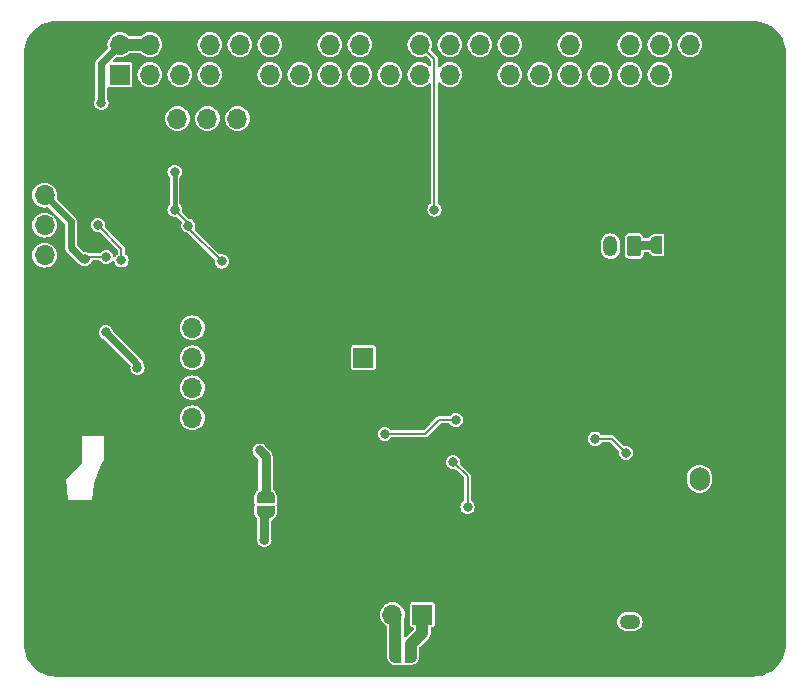
<source format=gbl>
G04 #@! TF.GenerationSoftware,KiCad,Pcbnew,7.0.7*
G04 #@! TF.CreationDate,2023-12-10T12:49:09-04:00*
G04 #@! TF.ProjectId,Pi hat LoRa,50692068-6174-4204-9c6f-52612e6b6963,rev?*
G04 #@! TF.SameCoordinates,Original*
G04 #@! TF.FileFunction,Copper,L2,Bot*
G04 #@! TF.FilePolarity,Positive*
%FSLAX46Y46*%
G04 Gerber Fmt 4.6, Leading zero omitted, Abs format (unit mm)*
G04 Created by KiCad (PCBNEW 7.0.7) date 2023-12-10 12:49:09*
%MOMM*%
%LPD*%
G01*
G04 APERTURE LIST*
G04 Aperture macros list*
%AMRoundRect*
0 Rectangle with rounded corners*
0 $1 Rounding radius*
0 $2 $3 $4 $5 $6 $7 $8 $9 X,Y pos of 4 corners*
0 Add a 4 corners polygon primitive as box body*
4,1,4,$2,$3,$4,$5,$6,$7,$8,$9,$2,$3,0*
0 Add four circle primitives for the rounded corners*
1,1,$1+$1,$2,$3*
1,1,$1+$1,$4,$5*
1,1,$1+$1,$6,$7*
1,1,$1+$1,$8,$9*
0 Add four rect primitives between the rounded corners*
20,1,$1+$1,$2,$3,$4,$5,0*
20,1,$1+$1,$4,$5,$6,$7,0*
20,1,$1+$1,$6,$7,$8,$9,0*
20,1,$1+$1,$8,$9,$2,$3,0*%
%AMFreePoly0*
4,1,19,0.500000,-0.750000,0.000000,-0.750000,0.000000,-0.744911,-0.071157,-0.744911,-0.207708,-0.704816,-0.327430,-0.627875,-0.420627,-0.520320,-0.479746,-0.390866,-0.500000,-0.250000,-0.500000,0.250000,-0.479746,0.390866,-0.420627,0.520320,-0.327430,0.627875,-0.207708,0.704816,-0.071157,0.744911,0.000000,0.744911,0.000000,0.750000,0.500000,0.750000,0.500000,-0.750000,0.500000,-0.750000,
$1*%
%AMFreePoly1*
4,1,19,0.000000,0.744911,0.071157,0.744911,0.207708,0.704816,0.327430,0.627875,0.420627,0.520320,0.479746,0.390866,0.500000,0.250000,0.500000,-0.250000,0.479746,-0.390866,0.420627,-0.520320,0.327430,-0.627875,0.207708,-0.704816,0.071157,-0.744911,0.000000,-0.744911,0.000000,-0.750000,-0.500000,-0.750000,-0.500000,0.750000,0.000000,0.750000,0.000000,0.744911,0.000000,0.744911,
$1*%
G04 Aperture macros list end*
G04 #@! TA.AperFunction,ComponentPad*
%ADD10RoundRect,0.250000X0.350000X0.625000X-0.350000X0.625000X-0.350000X-0.625000X0.350000X-0.625000X0*%
G04 #@! TD*
G04 #@! TA.AperFunction,ComponentPad*
%ADD11O,1.200000X1.750000*%
G04 #@! TD*
G04 #@! TA.AperFunction,ComponentPad*
%ADD12RoundRect,0.250000X-0.600000X-0.750000X0.600000X-0.750000X0.600000X0.750000X-0.600000X0.750000X0*%
G04 #@! TD*
G04 #@! TA.AperFunction,ComponentPad*
%ADD13O,1.700000X2.000000*%
G04 #@! TD*
G04 #@! TA.AperFunction,ComponentPad*
%ADD14C,0.600000*%
G04 #@! TD*
G04 #@! TA.AperFunction,SMDPad,CuDef*
%ADD15R,2.950000X4.900000*%
G04 #@! TD*
G04 #@! TA.AperFunction,ComponentPad*
%ADD16O,1.000000X2.100000*%
G04 #@! TD*
G04 #@! TA.AperFunction,ComponentPad*
%ADD17O,1.000000X1.600000*%
G04 #@! TD*
G04 #@! TA.AperFunction,ComponentPad*
%ADD18R,1.700000X1.700000*%
G04 #@! TD*
G04 #@! TA.AperFunction,ComponentPad*
%ADD19RoundRect,0.250000X0.625000X-0.350000X0.625000X0.350000X-0.625000X0.350000X-0.625000X-0.350000X0*%
G04 #@! TD*
G04 #@! TA.AperFunction,ComponentPad*
%ADD20O,1.750000X1.200000*%
G04 #@! TD*
G04 #@! TA.AperFunction,ComponentPad*
%ADD21O,1.700000X1.700000*%
G04 #@! TD*
G04 #@! TA.AperFunction,SMDPad,CuDef*
%ADD22FreePoly0,0.000000*%
G04 #@! TD*
G04 #@! TA.AperFunction,SMDPad,CuDef*
%ADD23FreePoly1,0.000000*%
G04 #@! TD*
G04 #@! TA.AperFunction,SMDPad,CuDef*
%ADD24FreePoly0,270.000000*%
G04 #@! TD*
G04 #@! TA.AperFunction,SMDPad,CuDef*
%ADD25FreePoly1,270.000000*%
G04 #@! TD*
G04 #@! TA.AperFunction,ViaPad*
%ADD26C,0.800000*%
G04 #@! TD*
G04 #@! TA.AperFunction,Conductor*
%ADD27C,0.200000*%
G04 #@! TD*
G04 #@! TA.AperFunction,Conductor*
%ADD28C,0.600000*%
G04 #@! TD*
G04 #@! TA.AperFunction,Conductor*
%ADD29C,1.000000*%
G04 #@! TD*
G04 #@! TA.AperFunction,Conductor*
%ADD30C,0.800000*%
G04 #@! TD*
G04 #@! TA.AperFunction,Conductor*
%ADD31C,0.400000*%
G04 #@! TD*
G04 APERTURE END LIST*
D10*
X151900000Y-63300000D03*
D11*
X149900000Y-63300000D03*
D12*
X154950000Y-83000000D03*
D13*
X157450000Y-83000000D03*
D14*
X153200000Y-77400000D03*
X153200000Y-76100000D03*
X153200000Y-74800000D03*
X153200000Y-73500000D03*
D15*
X152550000Y-75450000D03*
D14*
X151900000Y-77400000D03*
X151900000Y-76100000D03*
X151900000Y-74800000D03*
X151900000Y-73500000D03*
D16*
X137230000Y-94230000D03*
D17*
X137230000Y-98410000D03*
D16*
X145870000Y-94230000D03*
D17*
X145870000Y-98410000D03*
D18*
X128980000Y-72750000D03*
D19*
X151550000Y-97100000D03*
D20*
X151550000Y-95100000D03*
D18*
X108370000Y-48770000D03*
D21*
X108370000Y-46230000D03*
X110910000Y-48770000D03*
X110910000Y-46230000D03*
X113450000Y-48770000D03*
X113450000Y-46230000D03*
X115990000Y-48770000D03*
X115990000Y-46230000D03*
X118530000Y-48770000D03*
X118530000Y-46230000D03*
X121070000Y-48770000D03*
X121070000Y-46230000D03*
X123610000Y-48770000D03*
X123610000Y-46230000D03*
X126150000Y-48770000D03*
X126150000Y-46230000D03*
X128690000Y-48770000D03*
X128690000Y-46230000D03*
X131230000Y-48770000D03*
X131230000Y-46230000D03*
X133770000Y-48770000D03*
X133770000Y-46230000D03*
X136310000Y-48770000D03*
X136310000Y-46230000D03*
X138850000Y-48770000D03*
X138850000Y-46230000D03*
X141390000Y-48770000D03*
X141390000Y-46230000D03*
X143930000Y-48770000D03*
X143930000Y-46230000D03*
X146470000Y-48770000D03*
X146470000Y-46230000D03*
X149010000Y-48770000D03*
X149010000Y-46230000D03*
X151550000Y-48770000D03*
X151550000Y-46230000D03*
X154090000Y-48770000D03*
X154090000Y-46230000D03*
X156630000Y-48770000D03*
X156630000Y-46230000D03*
D18*
X110700000Y-52500000D03*
D21*
X113240000Y-52500000D03*
X115780000Y-52500000D03*
X118320000Y-52500000D03*
D22*
X153750000Y-63200000D03*
D23*
X155050000Y-63200000D03*
D18*
X102000000Y-56450000D03*
D21*
X102000000Y-58990000D03*
X102000000Y-61530000D03*
X102000000Y-64070000D03*
D22*
X131700000Y-97800000D03*
D23*
X133000000Y-97800000D03*
D18*
X114500000Y-67675000D03*
D21*
X114500000Y-70215000D03*
X114500000Y-72755000D03*
X114500000Y-75295000D03*
X114500000Y-77835000D03*
D18*
X133975000Y-94500000D03*
D21*
X131435000Y-94500000D03*
D24*
X120700000Y-84550000D03*
D25*
X120700000Y-85850000D03*
D26*
X148850000Y-90000000D03*
X141300000Y-51100000D03*
X110800000Y-79000000D03*
X149650000Y-98750000D03*
X117200000Y-66000000D03*
X154650000Y-98750000D03*
X108050000Y-50750000D03*
X122000000Y-72950000D03*
X123050000Y-98650000D03*
X154900000Y-66150000D03*
X163500000Y-75000000D03*
X130500000Y-68000000D03*
X114150000Y-55550000D03*
X114000000Y-82950000D03*
X129700000Y-74400000D03*
X130500000Y-73600000D03*
X145750000Y-78400000D03*
X144200000Y-84800000D03*
X160800000Y-76600000D03*
X163500000Y-67500000D03*
X112800000Y-65400000D03*
X124400000Y-52800000D03*
X141400000Y-89700000D03*
X127300000Y-70400000D03*
X134950000Y-71200000D03*
X125950000Y-79750000D03*
X138650000Y-76950000D03*
X144450000Y-56600000D03*
X163500000Y-65000000D03*
X133400000Y-85000000D03*
X120500000Y-74400000D03*
X101000000Y-88000000D03*
X141300000Y-59950000D03*
X163500000Y-60000000D03*
X120550000Y-98650000D03*
X147150000Y-98750000D03*
X115000000Y-86850000D03*
X136800000Y-85000000D03*
X131200000Y-54900000D03*
X152600000Y-71800000D03*
X132000000Y-67000000D03*
X143600000Y-86000000D03*
X119300000Y-54700000D03*
X157750000Y-53550000D03*
X109200000Y-78600000D03*
X142900000Y-72700000D03*
X118400000Y-79700000D03*
X120300000Y-61300000D03*
X124950000Y-75650000D03*
X156600000Y-72000000D03*
X163500000Y-92500000D03*
X115550000Y-98650000D03*
X127300000Y-71200000D03*
X153800000Y-78800000D03*
X157000000Y-78000000D03*
X101000000Y-78000000D03*
X138900000Y-51000000D03*
X130500000Y-68800000D03*
X141400000Y-86000000D03*
X104400000Y-87600000D03*
X139650000Y-98750000D03*
X108050000Y-98650000D03*
X123600000Y-84200000D03*
X163500000Y-77500000D03*
X142150000Y-98750000D03*
X138900000Y-65350000D03*
X158700000Y-72750000D03*
X122850000Y-50550000D03*
X135400000Y-91000000D03*
X147150000Y-82000000D03*
X151600000Y-78800000D03*
X150700000Y-90050000D03*
X130500000Y-70400000D03*
X101000000Y-75500000D03*
X127300000Y-74400000D03*
X107600000Y-60400000D03*
X138800000Y-81550000D03*
X129200000Y-98400000D03*
X104050000Y-65300000D03*
X155500000Y-58950000D03*
X108800000Y-68400000D03*
X116550000Y-89000000D03*
X111550000Y-56250000D03*
X103600000Y-78000000D03*
X124900000Y-91200000D03*
X134950000Y-75950000D03*
X148350000Y-83750000D03*
X127300000Y-67200000D03*
X130500000Y-71200000D03*
X123600000Y-83000000D03*
X154400000Y-54400000D03*
X159250000Y-87550000D03*
X110550000Y-98650000D03*
X116400000Y-85300000D03*
X147200000Y-64600000D03*
X150650000Y-51150000D03*
X146400000Y-50800000D03*
X110500000Y-64400000D03*
X133700000Y-54900000D03*
X137600000Y-96400000D03*
X153800000Y-86800000D03*
X135600000Y-85000000D03*
X153900000Y-92150000D03*
X153400000Y-54200000D03*
X143000000Y-51200000D03*
X127300000Y-91400000D03*
X106800000Y-88000000D03*
X129700000Y-67200000D03*
X149150000Y-92700000D03*
X147400000Y-86800000D03*
X117650000Y-50350000D03*
X129650000Y-78700000D03*
X125550000Y-98650000D03*
X152150000Y-98750000D03*
X164100000Y-50650000D03*
X127300000Y-68800000D03*
X155250000Y-61150000D03*
X137550000Y-63500000D03*
X136500000Y-54900000D03*
X152600000Y-78800000D03*
X127300000Y-73600000D03*
X113050000Y-98650000D03*
X125400000Y-54600000D03*
X130900000Y-85800000D03*
X132400000Y-85000000D03*
X130500000Y-74400000D03*
X121850000Y-92500000D03*
X146900000Y-56950000D03*
X145400000Y-84800000D03*
X128750000Y-79850000D03*
X141900000Y-76400000D03*
X136550000Y-79800000D03*
X150250000Y-82100000D03*
X163500000Y-57500000D03*
X155750000Y-78750000D03*
X127300000Y-72800000D03*
X128100000Y-67200000D03*
X101000000Y-83000000D03*
X122000000Y-67800000D03*
X148800000Y-56350000D03*
X125400000Y-59500000D03*
X163500000Y-90000000D03*
X113000000Y-84900000D03*
X163500000Y-87500000D03*
X123750000Y-57550000D03*
X160600000Y-79600000D03*
X137700000Y-89900000D03*
X111400000Y-77200000D03*
X157150000Y-98750000D03*
X104800000Y-54200000D03*
X116200000Y-62150000D03*
X104300000Y-74900000D03*
X114150000Y-80300000D03*
X122500000Y-77100000D03*
X143100000Y-61200000D03*
X119050000Y-64650000D03*
X117000000Y-75600000D03*
X138700000Y-82900000D03*
X125000000Y-77550000D03*
X133500000Y-64550000D03*
X117050000Y-77850000D03*
X103400000Y-54200000D03*
X145900000Y-71000000D03*
X130500000Y-72000000D03*
X105650000Y-60500000D03*
X126200000Y-85000000D03*
X163500000Y-85000000D03*
X146600000Y-67900000D03*
X101000000Y-85500000D03*
X121100000Y-57350000D03*
X101100000Y-67000000D03*
X108300000Y-57450000D03*
X144650000Y-98750000D03*
X142800000Y-54800000D03*
X117350000Y-58550000D03*
X127300000Y-72000000D03*
X101000000Y-80500000D03*
X106150000Y-58100000D03*
X127300000Y-69600000D03*
X128900000Y-74400000D03*
X128900000Y-67200000D03*
X121850000Y-59300000D03*
X139700000Y-55000000D03*
X163500000Y-62500000D03*
X163500000Y-82500000D03*
X148800000Y-53600000D03*
X130500000Y-67200000D03*
X130500000Y-69600000D03*
X120100000Y-69000000D03*
X122900000Y-88050000D03*
X124800000Y-85000000D03*
X134600000Y-85000000D03*
X118050000Y-98650000D03*
X110500000Y-70250000D03*
X105000000Y-50800000D03*
X118350000Y-87100000D03*
X130500000Y-72800000D03*
X106800000Y-92800000D03*
X130350000Y-87550000D03*
X129000000Y-51200000D03*
X154550000Y-51250000D03*
X101000000Y-90500000D03*
X146650000Y-92750000D03*
X111150000Y-82900000D03*
X163500000Y-80000000D03*
X133100000Y-92400000D03*
X128100000Y-74400000D03*
X152600000Y-88250000D03*
X128800000Y-54800000D03*
X159200000Y-84100000D03*
X101000000Y-93000000D03*
X117500000Y-83250000D03*
X155050000Y-71300000D03*
X123800000Y-80400000D03*
X103200000Y-51000000D03*
X127300000Y-68000000D03*
X135000000Y-60200000D03*
X136600000Y-81600000D03*
X137800000Y-85400000D03*
X106800000Y-51200000D03*
X109854500Y-73600000D03*
X105400000Y-64400000D03*
X107185500Y-70600000D03*
X107200000Y-64200000D03*
X136800000Y-78000000D03*
X130788957Y-79188957D03*
X114159622Y-61559622D03*
X117000000Y-64600000D03*
X113000000Y-57000000D03*
X113000000Y-60200000D03*
X148600000Y-79600000D03*
X151200000Y-80800000D03*
X106500000Y-61500000D03*
X108500000Y-64500000D03*
X120600000Y-88200000D03*
X120200000Y-80600000D03*
D27*
X135000000Y-47460000D02*
X135000000Y-60200000D01*
X133770000Y-46230000D02*
X135000000Y-47460000D01*
X137800000Y-82800000D02*
X136600000Y-81600000D01*
D28*
X102000000Y-58990000D02*
X104200000Y-61190000D01*
D27*
X107200000Y-64200000D02*
X105600000Y-64200000D01*
X137800000Y-85400000D02*
X137800000Y-82800000D01*
D28*
X105200000Y-64400000D02*
X105400000Y-64400000D01*
X104200000Y-61190000D02*
X104200000Y-63400000D01*
X109854500Y-73600000D02*
X109854500Y-73269000D01*
X109854500Y-73269000D02*
X107185500Y-70600000D01*
X104200000Y-63400000D02*
X105200000Y-64400000D01*
D29*
X110910000Y-46230000D02*
X108370000Y-46230000D01*
D28*
X106800000Y-47800000D02*
X106800000Y-51200000D01*
X108370000Y-46230000D02*
X106800000Y-47800000D01*
D27*
X105600000Y-64200000D02*
X105400000Y-64400000D01*
X136800000Y-78000000D02*
X135400000Y-78000000D01*
X134211043Y-79188957D02*
X130788957Y-79188957D01*
X135400000Y-78000000D02*
X134211043Y-79188957D01*
D30*
X153750000Y-63200000D02*
X152000000Y-63200000D01*
X152000000Y-63200000D02*
X151900000Y-63300000D01*
D27*
X114159622Y-61359622D02*
X113000000Y-60200000D01*
X114159622Y-61759622D02*
X114159622Y-61559622D01*
D31*
X113000000Y-57000000D02*
X113000000Y-60200000D01*
D27*
X117000000Y-64600000D02*
X114159622Y-61759622D01*
X114159622Y-61559622D02*
X114159622Y-61359622D01*
X150000000Y-79600000D02*
X151200000Y-80800000D01*
X148600000Y-79600000D02*
X150000000Y-79600000D01*
D29*
X131700000Y-94765000D02*
X131435000Y-94500000D01*
X131700000Y-97800000D02*
X131700000Y-94765000D01*
X133975000Y-96025000D02*
X133975000Y-94500000D01*
X133000000Y-97800000D02*
X133000000Y-97000000D01*
X133000000Y-97000000D02*
X133975000Y-96025000D01*
D27*
X108500000Y-64500000D02*
X108500000Y-63500000D01*
X108500000Y-63500000D02*
X106500000Y-61500000D01*
D30*
X120600000Y-88200000D02*
X120600000Y-85950000D01*
X120600000Y-85950000D02*
X120700000Y-85850000D01*
X120700000Y-84550000D02*
X120700000Y-81100000D01*
X120700000Y-81100000D02*
X120200000Y-80600000D01*
G04 #@! TA.AperFunction,Conductor*
G36*
X162001735Y-44250598D02*
G01*
X162152467Y-44259062D01*
X162304376Y-44267593D01*
X162311269Y-44268369D01*
X162552899Y-44309424D01*
X162608383Y-44318852D01*
X162615167Y-44320400D01*
X162904756Y-44403829D01*
X162911320Y-44406126D01*
X163189754Y-44521456D01*
X163196002Y-44524466D01*
X163384070Y-44628407D01*
X163459771Y-44670246D01*
X163465663Y-44673948D01*
X163711441Y-44848337D01*
X163716882Y-44852675D01*
X163941591Y-45053488D01*
X163946511Y-45058408D01*
X164147324Y-45283117D01*
X164151662Y-45288558D01*
X164326051Y-45534336D01*
X164329753Y-45540228D01*
X164475529Y-45803988D01*
X164478548Y-45810257D01*
X164593872Y-46088676D01*
X164596170Y-46095243D01*
X164679599Y-46384832D01*
X164681147Y-46391616D01*
X164731628Y-46688718D01*
X164732407Y-46695632D01*
X164749402Y-46998264D01*
X164749500Y-47001741D01*
X164749500Y-96998258D01*
X164749402Y-97001735D01*
X164732407Y-97304367D01*
X164731628Y-97311281D01*
X164681147Y-97608383D01*
X164679599Y-97615167D01*
X164596170Y-97904756D01*
X164593872Y-97911323D01*
X164478548Y-98189742D01*
X164475529Y-98196011D01*
X164329753Y-98459771D01*
X164326051Y-98465663D01*
X164151662Y-98711441D01*
X164147324Y-98716882D01*
X163946511Y-98941591D01*
X163941591Y-98946511D01*
X163716882Y-99147324D01*
X163711441Y-99151662D01*
X163465663Y-99326051D01*
X163459771Y-99329753D01*
X163196011Y-99475529D01*
X163189742Y-99478548D01*
X162911323Y-99593872D01*
X162904756Y-99596170D01*
X162615167Y-99679599D01*
X162608383Y-99681147D01*
X162311281Y-99731628D01*
X162304367Y-99732407D01*
X162001735Y-99749402D01*
X161998258Y-99749500D01*
X103001742Y-99749500D01*
X102998265Y-99749402D01*
X102695632Y-99732407D01*
X102688718Y-99731628D01*
X102391616Y-99681147D01*
X102384832Y-99679599D01*
X102095243Y-99596170D01*
X102088676Y-99593872D01*
X101912307Y-99520818D01*
X101810253Y-99478546D01*
X101803988Y-99475529D01*
X101540228Y-99329753D01*
X101534336Y-99326051D01*
X101288558Y-99151662D01*
X101283117Y-99147324D01*
X101058408Y-98946511D01*
X101053488Y-98941591D01*
X100852675Y-98716882D01*
X100848337Y-98711441D01*
X100673948Y-98465663D01*
X100670246Y-98459771D01*
X100538507Y-98221408D01*
X100524466Y-98196002D01*
X100521456Y-98189754D01*
X100406126Y-97911320D01*
X100403829Y-97904756D01*
X100320400Y-97615167D01*
X100318852Y-97608383D01*
X100303989Y-97520907D01*
X100268369Y-97311269D01*
X100267593Y-97304376D01*
X100259062Y-97152467D01*
X100250598Y-97001735D01*
X100250500Y-96998258D01*
X100250500Y-94500000D01*
X130379417Y-94500000D01*
X130399699Y-94705932D01*
X130413212Y-94750478D01*
X130459768Y-94903954D01*
X130557315Y-95086450D01*
X130557317Y-95086452D01*
X130688589Y-95246410D01*
X130848549Y-95377684D01*
X130848551Y-95377686D01*
X130884911Y-95397120D01*
X130933953Y-95423334D01*
X130983797Y-95472295D01*
X130999500Y-95532692D01*
X130999500Y-97463427D01*
X130998238Y-97481073D01*
X130992511Y-97520905D01*
X130992511Y-97579093D01*
X130994310Y-97591605D01*
X130995572Y-97609251D01*
X130995572Y-97990748D01*
X130994310Y-98008393D01*
X130992511Y-98020904D01*
X130992511Y-98079092D01*
X131012972Y-98221406D01*
X131029366Y-98277240D01*
X131089093Y-98408021D01*
X131089099Y-98408032D01*
X131120546Y-98456964D01*
X131120547Y-98456965D01*
X131120551Y-98456971D01*
X131214705Y-98565632D01*
X131258680Y-98603737D01*
X131379634Y-98681469D01*
X131432562Y-98705640D01*
X131432569Y-98705642D01*
X131432571Y-98705643D01*
X131530166Y-98734299D01*
X131570517Y-98746147D01*
X131628111Y-98754428D01*
X131628112Y-98754428D01*
X132200001Y-98754428D01*
X132200002Y-98754427D01*
X132219824Y-98750484D01*
X132278229Y-98738868D01*
X132278231Y-98738867D01*
X132281108Y-98736945D01*
X132288335Y-98734681D01*
X132289513Y-98734194D01*
X132289556Y-98734299D01*
X132347785Y-98716066D01*
X132415165Y-98734550D01*
X132418892Y-98736945D01*
X132421768Y-98738867D01*
X132421770Y-98738868D01*
X132499995Y-98754427D01*
X132499999Y-98754428D01*
X132500000Y-98754428D01*
X133071888Y-98754428D01*
X133071889Y-98754428D01*
X133129483Y-98746147D01*
X133246546Y-98711774D01*
X133267428Y-98705643D01*
X133267428Y-98705642D01*
X133267438Y-98705640D01*
X133320366Y-98681469D01*
X133441320Y-98603737D01*
X133485295Y-98565632D01*
X133579449Y-98456971D01*
X133610906Y-98408023D01*
X133670634Y-98277238D01*
X133687027Y-98221408D01*
X133707489Y-98079093D01*
X133707489Y-98020907D01*
X133705690Y-98008393D01*
X133704428Y-97990748D01*
X133704428Y-97609251D01*
X133705690Y-97591605D01*
X133707489Y-97579093D01*
X133707489Y-97520907D01*
X133701760Y-97481071D01*
X133700499Y-97463436D01*
X133700499Y-97341517D01*
X133720184Y-97274478D01*
X133736813Y-97253842D01*
X134454056Y-96536599D01*
X134456748Y-96534065D01*
X134503183Y-96492929D01*
X134538436Y-96441855D01*
X134540613Y-96438896D01*
X134578878Y-96390057D01*
X134583037Y-96380815D01*
X134594062Y-96361268D01*
X134599818Y-96352930D01*
X134621820Y-96294912D01*
X134623235Y-96291495D01*
X134648694Y-96234932D01*
X134650520Y-96224965D01*
X134656548Y-96203340D01*
X134660140Y-96193872D01*
X134667615Y-96132309D01*
X134668179Y-96128605D01*
X134672456Y-96105258D01*
X134679357Y-96067606D01*
X134675613Y-96005707D01*
X134675500Y-96001963D01*
X134675500Y-95674500D01*
X134695185Y-95607461D01*
X134747989Y-95561706D01*
X134799500Y-95550500D01*
X134844750Y-95550500D01*
X134844751Y-95550499D01*
X134859568Y-95547552D01*
X134903229Y-95538868D01*
X134903229Y-95538867D01*
X134903231Y-95538867D01*
X134969552Y-95494552D01*
X135013867Y-95428231D01*
X135013867Y-95428229D01*
X135013868Y-95428229D01*
X135025499Y-95369752D01*
X135025500Y-95369750D01*
X135025500Y-95100003D01*
X150469435Y-95100003D01*
X150489630Y-95279249D01*
X150489631Y-95279254D01*
X150549211Y-95449523D01*
X150563520Y-95472295D01*
X150645184Y-95602262D01*
X150772738Y-95729816D01*
X150925478Y-95825789D01*
X151095745Y-95885367D01*
X151095745Y-95885368D01*
X151095750Y-95885369D01*
X151186246Y-95895565D01*
X151230040Y-95900499D01*
X151230043Y-95900500D01*
X151230046Y-95900500D01*
X151869957Y-95900500D01*
X151869958Y-95900499D01*
X151937104Y-95892934D01*
X152004249Y-95885369D01*
X152004252Y-95885368D01*
X152004255Y-95885368D01*
X152174522Y-95825789D01*
X152327262Y-95729816D01*
X152454816Y-95602262D01*
X152550789Y-95449522D01*
X152610368Y-95279255D01*
X152630565Y-95100000D01*
X152629038Y-95086450D01*
X152610369Y-94920750D01*
X152610368Y-94920745D01*
X152550788Y-94750476D01*
X152454815Y-94597737D01*
X152327262Y-94470184D01*
X152174523Y-94374211D01*
X152004254Y-94314631D01*
X152004249Y-94314630D01*
X151869960Y-94299500D01*
X151869954Y-94299500D01*
X151230046Y-94299500D01*
X151230039Y-94299500D01*
X151095750Y-94314630D01*
X151095745Y-94314631D01*
X150925476Y-94374211D01*
X150772737Y-94470184D01*
X150645184Y-94597737D01*
X150549211Y-94750476D01*
X150489631Y-94920745D01*
X150489630Y-94920750D01*
X150469435Y-95099996D01*
X150469435Y-95100003D01*
X135025500Y-95100003D01*
X135025500Y-93630249D01*
X135025499Y-93630247D01*
X135013868Y-93571770D01*
X135013867Y-93571769D01*
X134969552Y-93505447D01*
X134903230Y-93461132D01*
X134903229Y-93461131D01*
X134844752Y-93449500D01*
X134844748Y-93449500D01*
X133105252Y-93449500D01*
X133105247Y-93449500D01*
X133046770Y-93461131D01*
X133046769Y-93461132D01*
X132980447Y-93505447D01*
X132936132Y-93571769D01*
X132936131Y-93571770D01*
X132924500Y-93630247D01*
X132924500Y-95369752D01*
X132936131Y-95428229D01*
X132936132Y-95428230D01*
X132980447Y-95494552D01*
X133046769Y-95538867D01*
X133046770Y-95538868D01*
X133105247Y-95550499D01*
X133105250Y-95550500D01*
X133105252Y-95550500D01*
X133150500Y-95550500D01*
X133217539Y-95570185D01*
X133263294Y-95622989D01*
X133274500Y-95674500D01*
X133274500Y-95683480D01*
X133254815Y-95750519D01*
X133238181Y-95771161D01*
X132612180Y-96397161D01*
X132550857Y-96430646D01*
X132481165Y-96425662D01*
X132425232Y-96383790D01*
X132400815Y-96318326D01*
X132400500Y-96309507D01*
X132400500Y-94952114D01*
X132408894Y-94909914D01*
X132408463Y-94909784D01*
X132409790Y-94905406D01*
X132409939Y-94904662D01*
X132410229Y-94903960D01*
X132410229Y-94903959D01*
X132410232Y-94903954D01*
X132470300Y-94705934D01*
X132490583Y-94500000D01*
X132470300Y-94294066D01*
X132410232Y-94096046D01*
X132312685Y-93913550D01*
X132260702Y-93850209D01*
X132181410Y-93753589D01*
X132031121Y-93630252D01*
X132021450Y-93622315D01*
X131838954Y-93524768D01*
X131640934Y-93464700D01*
X131640932Y-93464699D01*
X131640934Y-93464699D01*
X131435000Y-93444417D01*
X131229067Y-93464699D01*
X131031043Y-93524769D01*
X130943114Y-93571769D01*
X130848550Y-93622315D01*
X130848548Y-93622316D01*
X130848547Y-93622317D01*
X130688589Y-93753589D01*
X130557317Y-93913547D01*
X130459769Y-94096043D01*
X130399699Y-94294067D01*
X130379417Y-94500000D01*
X100250500Y-94500000D01*
X100250500Y-83000000D01*
X103800000Y-83000000D01*
X104000000Y-84800000D01*
X106000000Y-84800000D01*
X106198091Y-83413360D01*
X106204740Y-83387359D01*
X106216526Y-83355932D01*
X106798859Y-81803040D01*
X106801453Y-81797092D01*
X107000000Y-81400000D01*
X107000000Y-80600001D01*
X119594318Y-80600001D01*
X119614955Y-80756760D01*
X119614956Y-80756762D01*
X119675464Y-80902841D01*
X119771718Y-81028282D01*
X119799995Y-81049980D01*
X119806085Y-81055320D01*
X120063182Y-81312417D01*
X120096666Y-81373738D01*
X120099500Y-81400096D01*
X120099500Y-83866550D01*
X120079815Y-83933589D01*
X120046122Y-83967284D01*
X120046579Y-83967894D01*
X120043031Y-83970549D01*
X120043029Y-83970551D01*
X119977092Y-84027685D01*
X119934367Y-84064706D01*
X119896264Y-84108678D01*
X119818531Y-84229633D01*
X119818528Y-84229639D01*
X119794357Y-84282569D01*
X119794356Y-84282571D01*
X119753855Y-84420507D01*
X119753852Y-84420521D01*
X119745572Y-84478111D01*
X119745572Y-85050004D01*
X119761131Y-85128229D01*
X119761132Y-85128230D01*
X119763055Y-85131108D01*
X119765317Y-85138333D01*
X119765806Y-85139513D01*
X119765700Y-85139556D01*
X119783933Y-85197786D01*
X119765448Y-85265166D01*
X119763060Y-85268882D01*
X119761134Y-85271763D01*
X119761131Y-85271770D01*
X119745572Y-85349995D01*
X119745572Y-85921888D01*
X119753852Y-85979478D01*
X119753855Y-85979492D01*
X119794356Y-86117428D01*
X119794357Y-86117430D01*
X119794358Y-86117433D01*
X119794360Y-86117438D01*
X119818531Y-86170366D01*
X119896263Y-86291320D01*
X119934368Y-86335295D01*
X119934370Y-86335297D01*
X119934373Y-86335300D01*
X119956701Y-86354647D01*
X119994477Y-86413424D01*
X119999500Y-86448361D01*
X119999500Y-88156571D01*
X119998969Y-88164673D01*
X119994318Y-88199999D01*
X119994317Y-88200002D01*
X120016772Y-88370568D01*
X120026020Y-88383474D01*
X120075464Y-88502841D01*
X120171718Y-88628282D01*
X120297159Y-88724536D01*
X120443238Y-88785044D01*
X120521619Y-88795363D01*
X120599999Y-88805682D01*
X120600000Y-88805682D01*
X120600001Y-88805682D01*
X120652254Y-88798802D01*
X120756762Y-88785044D01*
X120902841Y-88724536D01*
X121028282Y-88628282D01*
X121124536Y-88502841D01*
X121185044Y-88356762D01*
X121185043Y-88356761D01*
X121188135Y-88349298D01*
X121187715Y-88336464D01*
X121205682Y-88200000D01*
X121201030Y-88164669D01*
X121200500Y-88156571D01*
X121200500Y-86589700D01*
X121220185Y-86522661D01*
X121272989Y-86476906D01*
X121272990Y-86476905D01*
X121273041Y-86476881D01*
X121308023Y-86460906D01*
X121356971Y-86429449D01*
X121465632Y-86335295D01*
X121503737Y-86291320D01*
X121581469Y-86170366D01*
X121605640Y-86117438D01*
X121646147Y-85979483D01*
X121654428Y-85921889D01*
X121654428Y-85350000D01*
X121654321Y-85349466D01*
X121638868Y-85271770D01*
X121638867Y-85271768D01*
X121636945Y-85268892D01*
X121634681Y-85261664D01*
X121634194Y-85260487D01*
X121634299Y-85260443D01*
X121616066Y-85202215D01*
X121634550Y-85134835D01*
X121636945Y-85131108D01*
X121638867Y-85128231D01*
X121638868Y-85128229D01*
X121654427Y-85050004D01*
X121654428Y-85050001D01*
X121654428Y-84478112D01*
X121654428Y-84478111D01*
X121646147Y-84420517D01*
X121605640Y-84282562D01*
X121581469Y-84229634D01*
X121503737Y-84108680D01*
X121465632Y-84064705D01*
X121356971Y-83970551D01*
X121356961Y-83970544D01*
X121353421Y-83967894D01*
X121354098Y-83966988D01*
X121311702Y-83918053D01*
X121300500Y-83866550D01*
X121300500Y-81600001D01*
X135994318Y-81600001D01*
X136014955Y-81756760D01*
X136014956Y-81756762D01*
X136075464Y-81902841D01*
X136171718Y-82028282D01*
X136297159Y-82124536D01*
X136443238Y-82185044D01*
X136500936Y-82192640D01*
X136599999Y-82205682D01*
X136600000Y-82205682D01*
X136699061Y-82192640D01*
X136768096Y-82203405D01*
X136802927Y-82227898D01*
X137463181Y-82888152D01*
X137496666Y-82949475D01*
X137499500Y-82975833D01*
X137499500Y-84812518D01*
X137479815Y-84879557D01*
X137450986Y-84910894D01*
X137371719Y-84971716D01*
X137275463Y-85097160D01*
X137214956Y-85243237D01*
X137214955Y-85243239D01*
X137194318Y-85399998D01*
X137194318Y-85400001D01*
X137214955Y-85556760D01*
X137214956Y-85556762D01*
X137275464Y-85702841D01*
X137371718Y-85828282D01*
X137497159Y-85924536D01*
X137643238Y-85985044D01*
X137721619Y-85995363D01*
X137799999Y-86005682D01*
X137800000Y-86005682D01*
X137800001Y-86005682D01*
X137852253Y-85998802D01*
X137956762Y-85985044D01*
X138102841Y-85924536D01*
X138228282Y-85828282D01*
X138324536Y-85702841D01*
X138385044Y-85556762D01*
X138405682Y-85400000D01*
X138399099Y-85350000D01*
X138385044Y-85243239D01*
X138385044Y-85243238D01*
X138324536Y-85097159D01*
X138228282Y-84971718D01*
X138228280Y-84971717D01*
X138228280Y-84971716D01*
X138149014Y-84910894D01*
X138107811Y-84854466D01*
X138100500Y-84812518D01*
X138100500Y-83201604D01*
X156399500Y-83201604D01*
X156414699Y-83355932D01*
X156432120Y-83413360D01*
X156474768Y-83553954D01*
X156572315Y-83736450D01*
X156572317Y-83736452D01*
X156703589Y-83896410D01*
X156789590Y-83966988D01*
X156863550Y-84027685D01*
X157046046Y-84125232D01*
X157244066Y-84185300D01*
X157244065Y-84185300D01*
X157264347Y-84187297D01*
X157450000Y-84205583D01*
X157655934Y-84185300D01*
X157853954Y-84125232D01*
X158036450Y-84027685D01*
X158196410Y-83896410D01*
X158327685Y-83736450D01*
X158425232Y-83553954D01*
X158485300Y-83355934D01*
X158500500Y-83201608D01*
X158500500Y-82798392D01*
X158485300Y-82644066D01*
X158425232Y-82446046D01*
X158327685Y-82263550D01*
X158213600Y-82124536D01*
X158196410Y-82103589D01*
X158036452Y-81972317D01*
X158036453Y-81972317D01*
X158036450Y-81972315D01*
X157853954Y-81874768D01*
X157655934Y-81814700D01*
X157655932Y-81814699D01*
X157655934Y-81814699D01*
X157450000Y-81794417D01*
X157244067Y-81814699D01*
X157046043Y-81874769D01*
X156935898Y-81933643D01*
X156863550Y-81972315D01*
X156863548Y-81972316D01*
X156863547Y-81972317D01*
X156703589Y-82103589D01*
X156572317Y-82263547D01*
X156474769Y-82446043D01*
X156414699Y-82644067D01*
X156406235Y-82730007D01*
X156399885Y-82794490D01*
X156399500Y-82798395D01*
X156399500Y-83201604D01*
X138100500Y-83201604D01*
X138100500Y-82862838D01*
X138101095Y-82854262D01*
X138102771Y-82842239D01*
X138102773Y-82842235D01*
X138100566Y-82794490D01*
X138100500Y-82791627D01*
X138100500Y-82772159D01*
X138100499Y-82772153D01*
X138100009Y-82769533D01*
X138099016Y-82760980D01*
X138097585Y-82730008D01*
X138094788Y-82723675D01*
X138086332Y-82696368D01*
X138085061Y-82689567D01*
X138068736Y-82663202D01*
X138064735Y-82655612D01*
X138052206Y-82627235D01*
X138047309Y-82622338D01*
X138029563Y-82599934D01*
X138025918Y-82594047D01*
X138001172Y-82575360D01*
X137994694Y-82569723D01*
X137227898Y-81802927D01*
X137194413Y-81741604D01*
X137192640Y-81699063D01*
X137205682Y-81600000D01*
X137185044Y-81443238D01*
X137124536Y-81297159D01*
X137028282Y-81171718D01*
X136902841Y-81075464D01*
X136854228Y-81055328D01*
X136756762Y-81014956D01*
X136756760Y-81014955D01*
X136600001Y-80994318D01*
X136599999Y-80994318D01*
X136443239Y-81014955D01*
X136443237Y-81014956D01*
X136297160Y-81075463D01*
X136171718Y-81171718D01*
X136075463Y-81297160D01*
X136014956Y-81443237D01*
X136014955Y-81443239D01*
X135994318Y-81599998D01*
X135994318Y-81600001D01*
X121300500Y-81600001D01*
X121300500Y-81143427D01*
X121301031Y-81135326D01*
X121305682Y-81100000D01*
X121305682Y-81099998D01*
X121285044Y-80943239D01*
X121285042Y-80943234D01*
X121224538Y-80797163D01*
X121224538Y-80797162D01*
X121193538Y-80756762D01*
X121152450Y-80703215D01*
X121140365Y-80687466D01*
X121128283Y-80671718D01*
X121100009Y-80650023D01*
X121093912Y-80644677D01*
X120655320Y-80206085D01*
X120649980Y-80199995D01*
X120628282Y-80171718D01*
X120502841Y-80075464D01*
X120356762Y-80014956D01*
X120356760Y-80014955D01*
X120200001Y-79994318D01*
X120199999Y-79994318D01*
X120043239Y-80014955D01*
X120043237Y-80014956D01*
X119897160Y-80075463D01*
X119771718Y-80171718D01*
X119675463Y-80297160D01*
X119614956Y-80443237D01*
X119614955Y-80443239D01*
X119594318Y-80599998D01*
X119594318Y-80600001D01*
X107000000Y-80600001D01*
X107000000Y-79400000D01*
X105200000Y-79400000D01*
X105200000Y-81548637D01*
X105180315Y-81615676D01*
X105163681Y-81636318D01*
X103800000Y-82999999D01*
X103800000Y-83000000D01*
X100250500Y-83000000D01*
X100250500Y-79188958D01*
X130183275Y-79188958D01*
X130203912Y-79345717D01*
X130203913Y-79345719D01*
X130263478Y-79489523D01*
X130264421Y-79491798D01*
X130360675Y-79617239D01*
X130486116Y-79713493D01*
X130632195Y-79774001D01*
X130710575Y-79784320D01*
X130788956Y-79794639D01*
X130788957Y-79794639D01*
X130788958Y-79794639D01*
X130841211Y-79787759D01*
X130945719Y-79774001D01*
X131091798Y-79713493D01*
X131217239Y-79617239D01*
X131230466Y-79600001D01*
X147994318Y-79600001D01*
X148014955Y-79756760D01*
X148014956Y-79756762D01*
X148075464Y-79902841D01*
X148171718Y-80028282D01*
X148297159Y-80124536D01*
X148443238Y-80185044D01*
X148513681Y-80194318D01*
X148599999Y-80205682D01*
X148600000Y-80205682D01*
X148600001Y-80205682D01*
X148669038Y-80196593D01*
X148756762Y-80185044D01*
X148902841Y-80124536D01*
X149028282Y-80028282D01*
X149089106Y-79949013D01*
X149145534Y-79907811D01*
X149187482Y-79900500D01*
X149824167Y-79900500D01*
X149891206Y-79920185D01*
X149911848Y-79936819D01*
X150572101Y-80597072D01*
X150605586Y-80658395D01*
X150607359Y-80700938D01*
X150594318Y-80799998D01*
X150594318Y-80800001D01*
X150614955Y-80956760D01*
X150614956Y-80956762D01*
X150675464Y-81102841D01*
X150771718Y-81228282D01*
X150897159Y-81324536D01*
X151043238Y-81385044D01*
X151121619Y-81395363D01*
X151199999Y-81405682D01*
X151200000Y-81405682D01*
X151200001Y-81405682D01*
X151252254Y-81398802D01*
X151356762Y-81385044D01*
X151502841Y-81324536D01*
X151628282Y-81228282D01*
X151724536Y-81102841D01*
X151785044Y-80956762D01*
X151805682Y-80800000D01*
X151805308Y-80797162D01*
X151785611Y-80647548D01*
X151785044Y-80643238D01*
X151724536Y-80497159D01*
X151628282Y-80371718D01*
X151502841Y-80275464D01*
X151356762Y-80214956D01*
X151356760Y-80214955D01*
X151200001Y-80194318D01*
X151199999Y-80194318D01*
X151100938Y-80207359D01*
X151031902Y-80196593D01*
X150997072Y-80172101D01*
X150256922Y-79431951D01*
X150251278Y-79425465D01*
X150243956Y-79415770D01*
X150208624Y-79383560D01*
X150206573Y-79381602D01*
X150192797Y-79367826D01*
X150190586Y-79366311D01*
X150183853Y-79360978D01*
X150160933Y-79340084D01*
X150154470Y-79337580D01*
X150129192Y-79324256D01*
X150123481Y-79320344D01*
X150123478Y-79320343D01*
X150123479Y-79320343D01*
X150093302Y-79313244D01*
X150085094Y-79310703D01*
X150056173Y-79299500D01*
X150049249Y-79299500D01*
X150020858Y-79296206D01*
X150014119Y-79294621D01*
X149983409Y-79298905D01*
X149974834Y-79299500D01*
X149187482Y-79299500D01*
X149120443Y-79279815D01*
X149089106Y-79250986D01*
X149028283Y-79171719D01*
X149028282Y-79171718D01*
X148902841Y-79075464D01*
X148756762Y-79014956D01*
X148756760Y-79014955D01*
X148600001Y-78994318D01*
X148599999Y-78994318D01*
X148443239Y-79014955D01*
X148443237Y-79014956D01*
X148297160Y-79075463D01*
X148171718Y-79171718D01*
X148075463Y-79297160D01*
X148014956Y-79443237D01*
X148014955Y-79443239D01*
X147994318Y-79599998D01*
X147994318Y-79600001D01*
X131230466Y-79600001D01*
X131278063Y-79537970D01*
X131334491Y-79496768D01*
X131376439Y-79489457D01*
X134148202Y-79489457D01*
X134156776Y-79490052D01*
X134168804Y-79491729D01*
X134168804Y-79491728D01*
X134168808Y-79491730D01*
X134211963Y-79489735D01*
X134216553Y-79489523D01*
X134219416Y-79489457D01*
X134238886Y-79489457D01*
X134238887Y-79489457D01*
X134241511Y-79488966D01*
X134250064Y-79487973D01*
X134251288Y-79487916D01*
X134281035Y-79486542D01*
X134287365Y-79483746D01*
X134314672Y-79475289D01*
X134321476Y-79474018D01*
X134347840Y-79457693D01*
X134355435Y-79453690D01*
X134383808Y-79441163D01*
X134388704Y-79436266D01*
X134411112Y-79418518D01*
X134416995Y-79414876D01*
X134435692Y-79390115D01*
X134441309Y-79383660D01*
X135488151Y-78336819D01*
X135549475Y-78303334D01*
X135575833Y-78300500D01*
X136212518Y-78300500D01*
X136279557Y-78320185D01*
X136310894Y-78349014D01*
X136366475Y-78421450D01*
X136371718Y-78428282D01*
X136497159Y-78524536D01*
X136643238Y-78585044D01*
X136721619Y-78595363D01*
X136799999Y-78605682D01*
X136800000Y-78605682D01*
X136800001Y-78605682D01*
X136852254Y-78598802D01*
X136956762Y-78585044D01*
X137102841Y-78524536D01*
X137228282Y-78428282D01*
X137324536Y-78302841D01*
X137385044Y-78156762D01*
X137405682Y-78000000D01*
X137385044Y-77843238D01*
X137324536Y-77697159D01*
X137228282Y-77571718D01*
X137102841Y-77475464D01*
X136995599Y-77431043D01*
X136956762Y-77414956D01*
X136956760Y-77414955D01*
X136800001Y-77394318D01*
X136799999Y-77394318D01*
X136643239Y-77414955D01*
X136643237Y-77414956D01*
X136497160Y-77475463D01*
X136371716Y-77571719D01*
X136310894Y-77650986D01*
X136254466Y-77692189D01*
X136212518Y-77699500D01*
X135462841Y-77699500D01*
X135454267Y-77698905D01*
X135442238Y-77697227D01*
X135442235Y-77697227D01*
X135417219Y-77698383D01*
X135394490Y-77699434D01*
X135391627Y-77699500D01*
X135372155Y-77699500D01*
X135371207Y-77699677D01*
X135369515Y-77699993D01*
X135360987Y-77700982D01*
X135331797Y-77702332D01*
X135330008Y-77702415D01*
X135323663Y-77705215D01*
X135296380Y-77713665D01*
X135289568Y-77714938D01*
X135289567Y-77714939D01*
X135263206Y-77731260D01*
X135255607Y-77735265D01*
X135227235Y-77747793D01*
X135222336Y-77752693D01*
X135199942Y-77770431D01*
X135194048Y-77774080D01*
X135175359Y-77798827D01*
X135169717Y-77805310D01*
X134638210Y-78336819D01*
X134122891Y-78852138D01*
X134061568Y-78885623D01*
X134035210Y-78888457D01*
X131376439Y-78888457D01*
X131309400Y-78868772D01*
X131278063Y-78839943D01*
X131217240Y-78760676D01*
X131154693Y-78712682D01*
X131091798Y-78664421D01*
X130945719Y-78603913D01*
X130945717Y-78603912D01*
X130788958Y-78583275D01*
X130788956Y-78583275D01*
X130632196Y-78603912D01*
X130632194Y-78603913D01*
X130486117Y-78664420D01*
X130360675Y-78760675D01*
X130264420Y-78886117D01*
X130203913Y-79032194D01*
X130203912Y-79032196D01*
X130183275Y-79188955D01*
X130183275Y-79188958D01*
X100250500Y-79188958D01*
X100250500Y-77835000D01*
X113444417Y-77835000D01*
X113464699Y-78040932D01*
X113464700Y-78040934D01*
X113524768Y-78238954D01*
X113622315Y-78421450D01*
X113627921Y-78428281D01*
X113753589Y-78581410D01*
X113850209Y-78660702D01*
X113913550Y-78712685D01*
X114096046Y-78810232D01*
X114294066Y-78870300D01*
X114294065Y-78870300D01*
X114312529Y-78872118D01*
X114500000Y-78890583D01*
X114705934Y-78870300D01*
X114903954Y-78810232D01*
X115086450Y-78712685D01*
X115246410Y-78581410D01*
X115377685Y-78421450D01*
X115475232Y-78238954D01*
X115535300Y-78040934D01*
X115555583Y-77835000D01*
X115535300Y-77629066D01*
X115475232Y-77431046D01*
X115377685Y-77248550D01*
X115325702Y-77185209D01*
X115246410Y-77088589D01*
X115086452Y-76957317D01*
X115086453Y-76957317D01*
X115086450Y-76957315D01*
X114903954Y-76859768D01*
X114705934Y-76799700D01*
X114705932Y-76799699D01*
X114705934Y-76799699D01*
X114518463Y-76781235D01*
X114500000Y-76779417D01*
X114499999Y-76779417D01*
X114294067Y-76799699D01*
X114096043Y-76859769D01*
X113985898Y-76918643D01*
X113913550Y-76957315D01*
X113913548Y-76957316D01*
X113913547Y-76957317D01*
X113753589Y-77088589D01*
X113622317Y-77248547D01*
X113524769Y-77431043D01*
X113464699Y-77629067D01*
X113444417Y-77835000D01*
X100250500Y-77835000D01*
X100250500Y-75295000D01*
X113444417Y-75295000D01*
X113464699Y-75500932D01*
X113464700Y-75500934D01*
X113524768Y-75698954D01*
X113622315Y-75881450D01*
X113622317Y-75881452D01*
X113753589Y-76041410D01*
X113850209Y-76120702D01*
X113913550Y-76172685D01*
X114096046Y-76270232D01*
X114294066Y-76330300D01*
X114294065Y-76330300D01*
X114314347Y-76332297D01*
X114500000Y-76350583D01*
X114705934Y-76330300D01*
X114903954Y-76270232D01*
X115086450Y-76172685D01*
X115246410Y-76041410D01*
X115377685Y-75881450D01*
X115475232Y-75698954D01*
X115535300Y-75500934D01*
X115555583Y-75295000D01*
X115535300Y-75089066D01*
X115475232Y-74891046D01*
X115377685Y-74708550D01*
X115325702Y-74645209D01*
X115246410Y-74548589D01*
X115086452Y-74417317D01*
X115086453Y-74417317D01*
X115086450Y-74417315D01*
X114903954Y-74319768D01*
X114705934Y-74259700D01*
X114705932Y-74259699D01*
X114705934Y-74259699D01*
X114500000Y-74239417D01*
X114294067Y-74259699D01*
X114096043Y-74319769D01*
X113985898Y-74378643D01*
X113913550Y-74417315D01*
X113913548Y-74417316D01*
X113913547Y-74417317D01*
X113753589Y-74548589D01*
X113622317Y-74708547D01*
X113524769Y-74891043D01*
X113464699Y-75089067D01*
X113444417Y-75295000D01*
X100250500Y-75295000D01*
X100250500Y-70600001D01*
X106579818Y-70600001D01*
X106600455Y-70756760D01*
X106600456Y-70756762D01*
X106660964Y-70902841D01*
X106757218Y-71028282D01*
X106882659Y-71124536D01*
X107028738Y-71185044D01*
X107028743Y-71185044D01*
X107036594Y-71187149D01*
X107036072Y-71189093D01*
X107090044Y-71212967D01*
X107097648Y-71219962D01*
X109232204Y-73354518D01*
X109265689Y-73415841D01*
X109267462Y-73458384D01*
X109248818Y-73599998D01*
X109248818Y-73600001D01*
X109269455Y-73756760D01*
X109269456Y-73756762D01*
X109329964Y-73902841D01*
X109426218Y-74028282D01*
X109551659Y-74124536D01*
X109697738Y-74185044D01*
X109776119Y-74195362D01*
X109854499Y-74205682D01*
X109854500Y-74205682D01*
X109854501Y-74205682D01*
X109906753Y-74198802D01*
X110011262Y-74185044D01*
X110157341Y-74124536D01*
X110282782Y-74028282D01*
X110379036Y-73902841D01*
X110439544Y-73756762D01*
X110460182Y-73600000D01*
X110439544Y-73443238D01*
X110379036Y-73297159D01*
X110379034Y-73297157D01*
X110374974Y-73290124D01*
X110376554Y-73289211D01*
X110356546Y-73237456D01*
X110355631Y-73237588D01*
X110355058Y-73233606D01*
X110355033Y-73233541D01*
X110355014Y-73233298D01*
X110352765Y-73217659D01*
X110352291Y-73213254D01*
X110348591Y-73161517D01*
X110346907Y-73157002D01*
X110340350Y-73131312D01*
X110339665Y-73126543D01*
X110318112Y-73079351D01*
X110316432Y-73075295D01*
X110298296Y-73026669D01*
X110295405Y-73022807D01*
X110281879Y-73000010D01*
X110279877Y-72995627D01*
X110272356Y-72986947D01*
X110245911Y-72956427D01*
X110243133Y-72952979D01*
X110233729Y-72940417D01*
X110233724Y-72940412D01*
X110233721Y-72940407D01*
X110222597Y-72929283D01*
X110219603Y-72926067D01*
X110185628Y-72886857D01*
X110185625Y-72886854D01*
X110181566Y-72884246D01*
X110160928Y-72867614D01*
X110048314Y-72755000D01*
X113444417Y-72755000D01*
X113464699Y-72960932D01*
X113480231Y-73012135D01*
X113524768Y-73158954D01*
X113622315Y-73341450D01*
X113622317Y-73341452D01*
X113753589Y-73501410D01*
X113850209Y-73580702D01*
X113913550Y-73632685D01*
X114096046Y-73730232D01*
X114294066Y-73790300D01*
X114294065Y-73790300D01*
X114312529Y-73792118D01*
X114500000Y-73810583D01*
X114705934Y-73790300D01*
X114903954Y-73730232D01*
X115086450Y-73632685D01*
X115102209Y-73619752D01*
X127929500Y-73619752D01*
X127941131Y-73678229D01*
X127941132Y-73678230D01*
X127985447Y-73744552D01*
X128051769Y-73788867D01*
X128051770Y-73788868D01*
X128110247Y-73800499D01*
X128110250Y-73800500D01*
X128110252Y-73800500D01*
X129849750Y-73800500D01*
X129849751Y-73800499D01*
X129864568Y-73797552D01*
X129908229Y-73788868D01*
X129908229Y-73788867D01*
X129908231Y-73788867D01*
X129974552Y-73744552D01*
X130018867Y-73678231D01*
X130018867Y-73678229D01*
X130018868Y-73678229D01*
X130030499Y-73619752D01*
X130030500Y-73619750D01*
X130030500Y-71880249D01*
X130030499Y-71880247D01*
X130018868Y-71821770D01*
X130018867Y-71821769D01*
X129974552Y-71755447D01*
X129908230Y-71711132D01*
X129908229Y-71711131D01*
X129849752Y-71699500D01*
X129849748Y-71699500D01*
X128110252Y-71699500D01*
X128110247Y-71699500D01*
X128051770Y-71711131D01*
X128051769Y-71711132D01*
X127985447Y-71755447D01*
X127941132Y-71821769D01*
X127941131Y-71821770D01*
X127929500Y-71880247D01*
X127929500Y-73619752D01*
X115102209Y-73619752D01*
X115246410Y-73501410D01*
X115377685Y-73341450D01*
X115475232Y-73158954D01*
X115535300Y-72960934D01*
X115555583Y-72755000D01*
X115535300Y-72549066D01*
X115475232Y-72351046D01*
X115377685Y-72168550D01*
X115325702Y-72105209D01*
X115246410Y-72008589D01*
X115128677Y-71911969D01*
X115086450Y-71877315D01*
X114903954Y-71779768D01*
X114705934Y-71719700D01*
X114705932Y-71719699D01*
X114705934Y-71719699D01*
X114518463Y-71701235D01*
X114500000Y-71699417D01*
X114499999Y-71699417D01*
X114294067Y-71719699D01*
X114096043Y-71779769D01*
X114017468Y-71821769D01*
X113913550Y-71877315D01*
X113913548Y-71877316D01*
X113913547Y-71877317D01*
X113753589Y-72008589D01*
X113622317Y-72168547D01*
X113524769Y-72351043D01*
X113464699Y-72549067D01*
X113444417Y-72755000D01*
X110048314Y-72755000D01*
X107805462Y-70512148D01*
X107771977Y-70450825D01*
X107770861Y-70444423D01*
X107770544Y-70443239D01*
X107770544Y-70443238D01*
X107710036Y-70297159D01*
X107646993Y-70214999D01*
X113444417Y-70214999D01*
X113464699Y-70420932D01*
X113471466Y-70443239D01*
X113524768Y-70618954D01*
X113622315Y-70801450D01*
X113622317Y-70801452D01*
X113753589Y-70961410D01*
X113835073Y-71028281D01*
X113913550Y-71092685D01*
X114096046Y-71190232D01*
X114294066Y-71250300D01*
X114294065Y-71250300D01*
X114314347Y-71252297D01*
X114500000Y-71270583D01*
X114705934Y-71250300D01*
X114903954Y-71190232D01*
X115086450Y-71092685D01*
X115246410Y-70961410D01*
X115377685Y-70801450D01*
X115475232Y-70618954D01*
X115535300Y-70420934D01*
X115555583Y-70215000D01*
X115535300Y-70009066D01*
X115475232Y-69811046D01*
X115377685Y-69628550D01*
X115325702Y-69565209D01*
X115246410Y-69468589D01*
X115086452Y-69337317D01*
X115086453Y-69337317D01*
X115086450Y-69337315D01*
X114903954Y-69239768D01*
X114705934Y-69179700D01*
X114705932Y-69179699D01*
X114705934Y-69179699D01*
X114500000Y-69159417D01*
X114294067Y-69179699D01*
X114096043Y-69239769D01*
X113985898Y-69298643D01*
X113913550Y-69337315D01*
X113913548Y-69337316D01*
X113913547Y-69337317D01*
X113753589Y-69468589D01*
X113622317Y-69628547D01*
X113524769Y-69811043D01*
X113464699Y-70009067D01*
X113444417Y-70214999D01*
X107646993Y-70214999D01*
X107613782Y-70171718D01*
X107488341Y-70075464D01*
X107342262Y-70014956D01*
X107342260Y-70014955D01*
X107185501Y-69994318D01*
X107185499Y-69994318D01*
X107028739Y-70014955D01*
X107028737Y-70014956D01*
X106882660Y-70075463D01*
X106757218Y-70171718D01*
X106660963Y-70297160D01*
X106600456Y-70443237D01*
X106600455Y-70443239D01*
X106579818Y-70599998D01*
X106579818Y-70600001D01*
X100250500Y-70600001D01*
X100250500Y-64070000D01*
X100944417Y-64070000D01*
X100964699Y-64275932D01*
X100989219Y-64356762D01*
X101024768Y-64473954D01*
X101122315Y-64656450D01*
X101122571Y-64656762D01*
X101253589Y-64816410D01*
X101286961Y-64843797D01*
X101413550Y-64947685D01*
X101596046Y-65045232D01*
X101794066Y-65105300D01*
X101794065Y-65105300D01*
X101797944Y-65105682D01*
X102000000Y-65125583D01*
X102205934Y-65105300D01*
X102403954Y-65045232D01*
X102586450Y-64947685D01*
X102746410Y-64816410D01*
X102877685Y-64656450D01*
X102975232Y-64473954D01*
X103035300Y-64275934D01*
X103055583Y-64070000D01*
X103035300Y-63864066D01*
X102975232Y-63666046D01*
X102877685Y-63483550D01*
X102764955Y-63346187D01*
X102746410Y-63323589D01*
X102586452Y-63192317D01*
X102586453Y-63192317D01*
X102586450Y-63192315D01*
X102403954Y-63094768D01*
X102205934Y-63034700D01*
X102205932Y-63034699D01*
X102205934Y-63034699D01*
X102000000Y-63014417D01*
X101794067Y-63034699D01*
X101596043Y-63094769D01*
X101485898Y-63153643D01*
X101413550Y-63192315D01*
X101413548Y-63192316D01*
X101413547Y-63192317D01*
X101253589Y-63323589D01*
X101122317Y-63483547D01*
X101122315Y-63483550D01*
X101108577Y-63509252D01*
X101024769Y-63666043D01*
X100964699Y-63864067D01*
X100944417Y-64070000D01*
X100250500Y-64070000D01*
X100250500Y-61529999D01*
X100944417Y-61529999D01*
X100964699Y-61735932D01*
X100964700Y-61735934D01*
X101024768Y-61933954D01*
X101122315Y-62116450D01*
X101122317Y-62116452D01*
X101253589Y-62276410D01*
X101346733Y-62352850D01*
X101413550Y-62407685D01*
X101596046Y-62505232D01*
X101794066Y-62565300D01*
X101794065Y-62565300D01*
X101814348Y-62567297D01*
X102000000Y-62585583D01*
X102205934Y-62565300D01*
X102403954Y-62505232D01*
X102586450Y-62407685D01*
X102746410Y-62276410D01*
X102877685Y-62116450D01*
X102975232Y-61933954D01*
X103035300Y-61735934D01*
X103055583Y-61530000D01*
X103035300Y-61324066D01*
X102975232Y-61126046D01*
X102877685Y-60943550D01*
X102801156Y-60850298D01*
X102794528Y-60842222D01*
X102767216Y-60777912D01*
X102769917Y-60762132D01*
X102707014Y-60748449D01*
X102687777Y-60735471D01*
X102632757Y-60690318D01*
X102586450Y-60652315D01*
X102403954Y-60554768D01*
X102205934Y-60494700D01*
X102205932Y-60494699D01*
X102205934Y-60494699D01*
X102000000Y-60474417D01*
X101794067Y-60494699D01*
X101596043Y-60554769D01*
X101486618Y-60613259D01*
X101413550Y-60652315D01*
X101413548Y-60652316D01*
X101413547Y-60652317D01*
X101253589Y-60783589D01*
X101122317Y-60943547D01*
X101122315Y-60943550D01*
X101093026Y-60998346D01*
X101024769Y-61126043D01*
X100964699Y-61324067D01*
X100944417Y-61529999D01*
X100250500Y-61529999D01*
X100250500Y-58989999D01*
X100944417Y-58989999D01*
X100964699Y-59195932D01*
X100964700Y-59195934D01*
X101024768Y-59393954D01*
X101122315Y-59576450D01*
X101122317Y-59576452D01*
X101253589Y-59736410D01*
X101296613Y-59771718D01*
X101413550Y-59867685D01*
X101596046Y-59965232D01*
X101794066Y-60025300D01*
X101794065Y-60025300D01*
X101812529Y-60027118D01*
X102000000Y-60045583D01*
X102205934Y-60025300D01*
X102228069Y-60018584D01*
X102297936Y-60017959D01*
X102351749Y-60049563D01*
X102854122Y-60551936D01*
X102887607Y-60613259D01*
X102885569Y-60641755D01*
X102893702Y-60639602D01*
X102960190Y-60661075D01*
X102978063Y-60675877D01*
X103663181Y-61360995D01*
X103696666Y-61422318D01*
X103699500Y-61448676D01*
X103699500Y-63332858D01*
X103696667Y-63359206D01*
X103695641Y-63363927D01*
X103698821Y-63408393D01*
X103699342Y-63415669D01*
X103699500Y-63420094D01*
X103699500Y-63435799D01*
X103701734Y-63451343D01*
X103702207Y-63455740D01*
X103705909Y-63507485D01*
X103707593Y-63512000D01*
X103714148Y-63537682D01*
X103714834Y-63542455D01*
X103714835Y-63542457D01*
X103736383Y-63589642D01*
X103738071Y-63593716D01*
X103756203Y-63642329D01*
X103759096Y-63646194D01*
X103772617Y-63668983D01*
X103774619Y-63673367D01*
X103774622Y-63673371D01*
X103774623Y-63673373D01*
X103808598Y-63712583D01*
X103811362Y-63716013D01*
X103820775Y-63728588D01*
X103820782Y-63728596D01*
X103831886Y-63739700D01*
X103834896Y-63742932D01*
X103859839Y-63771718D01*
X103868871Y-63782142D01*
X103868874Y-63782145D01*
X103872928Y-63784750D01*
X103893571Y-63801385D01*
X104798614Y-64706428D01*
X104815246Y-64727066D01*
X104817854Y-64731125D01*
X104817857Y-64731128D01*
X104857067Y-64765103D01*
X104860283Y-64768097D01*
X104871407Y-64779221D01*
X104871412Y-64779224D01*
X104871417Y-64779229D01*
X104883979Y-64788633D01*
X104887427Y-64791411D01*
X104917947Y-64817856D01*
X104926627Y-64825377D01*
X104931010Y-64827379D01*
X104953807Y-64840905D01*
X104957669Y-64843796D01*
X105006289Y-64861930D01*
X105010356Y-64863615D01*
X105015865Y-64866131D01*
X105039826Y-64880543D01*
X105068883Y-64902839D01*
X105097159Y-64924536D01*
X105097161Y-64924536D01*
X105097163Y-64924538D01*
X105170198Y-64954789D01*
X105243238Y-64985044D01*
X105321619Y-64995363D01*
X105399999Y-65005682D01*
X105400000Y-65005682D01*
X105400001Y-65005682D01*
X105452253Y-64998802D01*
X105556762Y-64985044D01*
X105702841Y-64924536D01*
X105828282Y-64828282D01*
X105924536Y-64702841D01*
X105976641Y-64577047D01*
X106020482Y-64522644D01*
X106086776Y-64500579D01*
X106091202Y-64500500D01*
X106612518Y-64500500D01*
X106679557Y-64520185D01*
X106710894Y-64549014D01*
X106750016Y-64600000D01*
X106771718Y-64628282D01*
X106897159Y-64724536D01*
X107043238Y-64785044D01*
X107121619Y-64795363D01*
X107199999Y-64805682D01*
X107200000Y-64805682D01*
X107200001Y-64805682D01*
X107252254Y-64798802D01*
X107356762Y-64785044D01*
X107502841Y-64724536D01*
X107628282Y-64628282D01*
X107687534Y-64551061D01*
X107743959Y-64509861D01*
X107813705Y-64505706D01*
X107874626Y-64539918D01*
X107907379Y-64601635D01*
X107908847Y-64610363D01*
X107914956Y-64656761D01*
X107914956Y-64656762D01*
X107970729Y-64791411D01*
X107975464Y-64802841D01*
X108071718Y-64928282D01*
X108197159Y-65024536D01*
X108343238Y-65085044D01*
X108421619Y-65095363D01*
X108499999Y-65105682D01*
X108500000Y-65105682D01*
X108500001Y-65105682D01*
X108552254Y-65098802D01*
X108656762Y-65085044D01*
X108802841Y-65024536D01*
X108928282Y-64928282D01*
X109024536Y-64802841D01*
X109085044Y-64656762D01*
X109105682Y-64500000D01*
X109085044Y-64343238D01*
X109024536Y-64197159D01*
X108928282Y-64071718D01*
X108928280Y-64071717D01*
X108928280Y-64071716D01*
X108854308Y-64014956D01*
X108849013Y-64010893D01*
X108807811Y-63954466D01*
X108800500Y-63912518D01*
X108800500Y-63562838D01*
X108801095Y-63554262D01*
X108802771Y-63542239D01*
X108802773Y-63542235D01*
X108800566Y-63494490D01*
X108800500Y-63491627D01*
X108800500Y-63472159D01*
X108800499Y-63472153D01*
X108800009Y-63469533D01*
X108799016Y-63460980D01*
X108798672Y-63453538D01*
X108797585Y-63430008D01*
X108794788Y-63423675D01*
X108786332Y-63396368D01*
X108785061Y-63389567D01*
X108768736Y-63363202D01*
X108764735Y-63355612D01*
X108752206Y-63327235D01*
X108747309Y-63322338D01*
X108729563Y-63299934D01*
X108725918Y-63294047D01*
X108701172Y-63275360D01*
X108694694Y-63269723D01*
X107127897Y-61702926D01*
X107094413Y-61641604D01*
X107092640Y-61599063D01*
X107105682Y-61500000D01*
X107085044Y-61343238D01*
X107024536Y-61197159D01*
X106928282Y-61071718D01*
X106802841Y-60975464D01*
X106771200Y-60962358D01*
X106656762Y-60914956D01*
X106656760Y-60914955D01*
X106500001Y-60894318D01*
X106499999Y-60894318D01*
X106343239Y-60914955D01*
X106343237Y-60914956D01*
X106197160Y-60975463D01*
X106071718Y-61071718D01*
X105975463Y-61197160D01*
X105914956Y-61343237D01*
X105914955Y-61343239D01*
X105894318Y-61499998D01*
X105894318Y-61500001D01*
X105914955Y-61656760D01*
X105914956Y-61656762D01*
X105975464Y-61802841D01*
X106071718Y-61928282D01*
X106197159Y-62024536D01*
X106343238Y-62085044D01*
X106400936Y-62092640D01*
X106499999Y-62105682D01*
X106500000Y-62105682D01*
X106599061Y-62092640D01*
X106668096Y-62103405D01*
X106702927Y-62127898D01*
X108163181Y-63588152D01*
X108196666Y-63649475D01*
X108199500Y-63675833D01*
X108199500Y-63912518D01*
X108179815Y-63979557D01*
X108150986Y-64010894D01*
X108071717Y-64071718D01*
X108012466Y-64148936D01*
X107956038Y-64190138D01*
X107886292Y-64194293D01*
X107825372Y-64160080D01*
X107792620Y-64098363D01*
X107791152Y-64089634D01*
X107789523Y-64077262D01*
X107785044Y-64043238D01*
X107724536Y-63897159D01*
X107628282Y-63771718D01*
X107502841Y-63675464D01*
X107497778Y-63673367D01*
X107356762Y-63614956D01*
X107356760Y-63614955D01*
X107200001Y-63594318D01*
X107199999Y-63594318D01*
X107043239Y-63614955D01*
X107043237Y-63614956D01*
X106897160Y-63675463D01*
X106771716Y-63771719D01*
X106710894Y-63850986D01*
X106654466Y-63892189D01*
X106612518Y-63899500D01*
X105776257Y-63899500D01*
X105709218Y-63879815D01*
X105703900Y-63876075D01*
X105702836Y-63875461D01*
X105556765Y-63814957D01*
X105556760Y-63814955D01*
X105400002Y-63794318D01*
X105400000Y-63794318D01*
X105388395Y-63795845D01*
X105374140Y-63797722D01*
X105305105Y-63786954D01*
X105270277Y-63762463D01*
X104736819Y-63229005D01*
X104703334Y-63167682D01*
X104700500Y-63141324D01*
X104700500Y-61257143D01*
X104703334Y-61230785D01*
X104704359Y-61226073D01*
X104700658Y-61174329D01*
X104700500Y-61169904D01*
X104700500Y-61154201D01*
X104698264Y-61138657D01*
X104697791Y-61134254D01*
X104697204Y-61126043D01*
X104694091Y-61082517D01*
X104692407Y-61078002D01*
X104685850Y-61052312D01*
X104685165Y-61047543D01*
X104679475Y-61035085D01*
X104663616Y-61000359D01*
X104661932Y-60996295D01*
X104643796Y-60947669D01*
X104640905Y-60943807D01*
X104627379Y-60921010D01*
X104625377Y-60916627D01*
X104617856Y-60907947D01*
X104591411Y-60877427D01*
X104588633Y-60873979D01*
X104579229Y-60861417D01*
X104579224Y-60861412D01*
X104579221Y-60861407D01*
X104568097Y-60850283D01*
X104565103Y-60847067D01*
X104531128Y-60807857D01*
X104531125Y-60807854D01*
X104527066Y-60805246D01*
X104506428Y-60788614D01*
X103917815Y-60200001D01*
X112394318Y-60200001D01*
X112414955Y-60356760D01*
X112414956Y-60356762D01*
X112475464Y-60502841D01*
X112571718Y-60628282D01*
X112697159Y-60724536D01*
X112843238Y-60785044D01*
X112900936Y-60792640D01*
X112999999Y-60805682D01*
X113000000Y-60805682D01*
X113099061Y-60792640D01*
X113168096Y-60803405D01*
X113202927Y-60827898D01*
X113575539Y-61200510D01*
X113609024Y-61261833D01*
X113604040Y-61331525D01*
X113602420Y-61335642D01*
X113574578Y-61402860D01*
X113574577Y-61402861D01*
X113553940Y-61559620D01*
X113553940Y-61559623D01*
X113574577Y-61716382D01*
X113574578Y-61716384D01*
X113604125Y-61787718D01*
X113635086Y-61862463D01*
X113731340Y-61987904D01*
X113856781Y-62084158D01*
X114002860Y-62144666D01*
X114095676Y-62156885D01*
X114159573Y-62185151D01*
X114167172Y-62192143D01*
X116372101Y-64397072D01*
X116405586Y-64458395D01*
X116407359Y-64500938D01*
X116394318Y-64599998D01*
X116394318Y-64600001D01*
X116414955Y-64756760D01*
X116414956Y-64756762D01*
X116458513Y-64861919D01*
X116475464Y-64902841D01*
X116571718Y-65028282D01*
X116697159Y-65124536D01*
X116843238Y-65185044D01*
X116921619Y-65195363D01*
X116999999Y-65205682D01*
X117000000Y-65205682D01*
X117000001Y-65205682D01*
X117052253Y-65198802D01*
X117156762Y-65185044D01*
X117302841Y-65124536D01*
X117428282Y-65028282D01*
X117524536Y-64902841D01*
X117585044Y-64756762D01*
X117605682Y-64600000D01*
X117602660Y-64577048D01*
X117585044Y-64443239D01*
X117585044Y-64443238D01*
X117524536Y-64297159D01*
X117428282Y-64171718D01*
X117302841Y-64075464D01*
X117293797Y-64071718D01*
X117156762Y-64014956D01*
X117156760Y-64014955D01*
X117000001Y-63994318D01*
X116999999Y-63994318D01*
X116900938Y-64007359D01*
X116831902Y-63996593D01*
X116797072Y-63972101D01*
X116444931Y-63619960D01*
X149099500Y-63619960D01*
X149114630Y-63754249D01*
X149114631Y-63754254D01*
X149174211Y-63924523D01*
X149231643Y-64015925D01*
X149270184Y-64077262D01*
X149397738Y-64204816D01*
X149465111Y-64247149D01*
X149510921Y-64275934D01*
X149550478Y-64300789D01*
X149671793Y-64343239D01*
X149720745Y-64360368D01*
X149720750Y-64360369D01*
X149899996Y-64380565D01*
X149900000Y-64380565D01*
X149900004Y-64380565D01*
X150079249Y-64360369D01*
X150079252Y-64360368D01*
X150079255Y-64360368D01*
X150249522Y-64300789D01*
X150402262Y-64204816D01*
X150529816Y-64077262D01*
X150591389Y-63979269D01*
X151099500Y-63979269D01*
X151102353Y-64009699D01*
X151102353Y-64009701D01*
X151147206Y-64137880D01*
X151147207Y-64137882D01*
X151227850Y-64247150D01*
X151337118Y-64327793D01*
X151379845Y-64342744D01*
X151465299Y-64372646D01*
X151495730Y-64375500D01*
X151495734Y-64375500D01*
X152304270Y-64375500D01*
X152334699Y-64372646D01*
X152334701Y-64372646D01*
X152398790Y-64350219D01*
X152462882Y-64327793D01*
X152572150Y-64247150D01*
X152652793Y-64137882D01*
X152685910Y-64043239D01*
X152697646Y-64009701D01*
X152697646Y-64009699D01*
X152700500Y-63979269D01*
X152700500Y-63924500D01*
X152720185Y-63857461D01*
X152772989Y-63811706D01*
X152824500Y-63800500D01*
X153066550Y-63800500D01*
X153133589Y-63820185D01*
X153167284Y-63853877D01*
X153167894Y-63853421D01*
X153170544Y-63856961D01*
X153170551Y-63856971D01*
X153264705Y-63965632D01*
X153308680Y-64003737D01*
X153429634Y-64081469D01*
X153482562Y-64105640D01*
X153482569Y-64105642D01*
X153482571Y-64105643D01*
X153592362Y-64137880D01*
X153620517Y-64146147D01*
X153678111Y-64154428D01*
X153678112Y-64154428D01*
X154250001Y-64154428D01*
X154250002Y-64154427D01*
X154269824Y-64150484D01*
X154328229Y-64138868D01*
X154328229Y-64138867D01*
X154328231Y-64138867D01*
X154394552Y-64094552D01*
X154438867Y-64028231D01*
X154438867Y-64028229D01*
X154438868Y-64028229D01*
X154454427Y-63950004D01*
X154454428Y-63950000D01*
X154454428Y-63509252D01*
X154455690Y-63491606D01*
X154456848Y-63483550D01*
X154457489Y-63479093D01*
X154457489Y-63420907D01*
X154455690Y-63408393D01*
X154454428Y-63390748D01*
X154454428Y-63009251D01*
X154455690Y-62991605D01*
X154457489Y-62979093D01*
X154457489Y-62920907D01*
X154455690Y-62908393D01*
X154454428Y-62890748D01*
X154454428Y-62449999D01*
X154454427Y-62449995D01*
X154438868Y-62371770D01*
X154438867Y-62371769D01*
X154394552Y-62305447D01*
X154328230Y-62261132D01*
X154328229Y-62261131D01*
X154250004Y-62245572D01*
X154250000Y-62245572D01*
X153678111Y-62245572D01*
X153620521Y-62253852D01*
X153620507Y-62253855D01*
X153482571Y-62294356D01*
X153482569Y-62294357D01*
X153429639Y-62318528D01*
X153429633Y-62318531D01*
X153308678Y-62396264D01*
X153295498Y-62407685D01*
X153264705Y-62434368D01*
X153170551Y-62543029D01*
X153170549Y-62543031D01*
X153170549Y-62543032D01*
X153167894Y-62546579D01*
X153166988Y-62545901D01*
X153118053Y-62588298D01*
X153066550Y-62599500D01*
X152788847Y-62599500D01*
X152721808Y-62579815D01*
X152676053Y-62527011D01*
X152671812Y-62516471D01*
X152652793Y-62462118D01*
X152572150Y-62352850D01*
X152462882Y-62272207D01*
X152462880Y-62272206D01*
X152334700Y-62227353D01*
X152304270Y-62224500D01*
X152304266Y-62224500D01*
X151495734Y-62224500D01*
X151495730Y-62224500D01*
X151465300Y-62227353D01*
X151465298Y-62227353D01*
X151337119Y-62272206D01*
X151337117Y-62272207D01*
X151227850Y-62352850D01*
X151147207Y-62462117D01*
X151147206Y-62462119D01*
X151102353Y-62590298D01*
X151102353Y-62590300D01*
X151099500Y-62620730D01*
X151099500Y-63979269D01*
X150591389Y-63979269D01*
X150625789Y-63924522D01*
X150685368Y-63754255D01*
X150686832Y-63741267D01*
X150700499Y-63619960D01*
X150700500Y-63619956D01*
X150700500Y-62980043D01*
X150700499Y-62980039D01*
X150700392Y-62979093D01*
X150685368Y-62845745D01*
X150625789Y-62675478D01*
X150529816Y-62522738D01*
X150402262Y-62395184D01*
X150364999Y-62371770D01*
X150249523Y-62299211D01*
X150079254Y-62239631D01*
X150079249Y-62239630D01*
X149900004Y-62219435D01*
X149899996Y-62219435D01*
X149720750Y-62239630D01*
X149720745Y-62239631D01*
X149550476Y-62299211D01*
X149397737Y-62395184D01*
X149270184Y-62522737D01*
X149174211Y-62675476D01*
X149114631Y-62845745D01*
X149114630Y-62845750D01*
X149099500Y-62980039D01*
X149099500Y-63619960D01*
X116444931Y-63619960D01*
X114743704Y-61918733D01*
X114710219Y-61857410D01*
X114715203Y-61787718D01*
X114716824Y-61783599D01*
X114744666Y-61716384D01*
X114765304Y-61559622D01*
X114757454Y-61499998D01*
X114744666Y-61402861D01*
X114744666Y-61402860D01*
X114684158Y-61256781D01*
X114587904Y-61131340D01*
X114462463Y-61035086D01*
X114316384Y-60974578D01*
X114258575Y-60966967D01*
X114223566Y-60962358D01*
X114159670Y-60934091D01*
X114152071Y-60927100D01*
X113627898Y-60402927D01*
X113594413Y-60341604D01*
X113592640Y-60299063D01*
X113605682Y-60200000D01*
X113585044Y-60043238D01*
X113524536Y-59897159D01*
X113524535Y-59897158D01*
X113524535Y-59897157D01*
X113426123Y-59768903D01*
X113400929Y-59703734D01*
X113400499Y-59693417D01*
X113400499Y-57506582D01*
X113420184Y-57439543D01*
X113426123Y-57431096D01*
X113524535Y-57302842D01*
X113524534Y-57302842D01*
X113524536Y-57302841D01*
X113585044Y-57156762D01*
X113605682Y-57000000D01*
X113585044Y-56843238D01*
X113524536Y-56697159D01*
X113428282Y-56571718D01*
X113302841Y-56475464D01*
X113156762Y-56414956D01*
X113156760Y-56414955D01*
X113000001Y-56394318D01*
X112999999Y-56394318D01*
X112843239Y-56414955D01*
X112843237Y-56414956D01*
X112697160Y-56475463D01*
X112571718Y-56571718D01*
X112475463Y-56697160D01*
X112414956Y-56843237D01*
X112414955Y-56843239D01*
X112394318Y-56999998D01*
X112394318Y-57000001D01*
X112414955Y-57156760D01*
X112414956Y-57156762D01*
X112475464Y-57302841D01*
X112571718Y-57428282D01*
X112571720Y-57428283D01*
X112573876Y-57431093D01*
X112599070Y-57496263D01*
X112599500Y-57506580D01*
X112599500Y-59693419D01*
X112579815Y-59760458D01*
X112573876Y-59768905D01*
X112475464Y-59897157D01*
X112414956Y-60043237D01*
X112414955Y-60043239D01*
X112394318Y-60199998D01*
X112394318Y-60200001D01*
X103917815Y-60200001D01*
X103059563Y-59341749D01*
X103026078Y-59280426D01*
X103028585Y-59218069D01*
X103035300Y-59195934D01*
X103055583Y-58990000D01*
X103035300Y-58784066D01*
X102975232Y-58586046D01*
X102877685Y-58403550D01*
X102825702Y-58340209D01*
X102746410Y-58243589D01*
X102586452Y-58112317D01*
X102586453Y-58112317D01*
X102586450Y-58112315D01*
X102403954Y-58014768D01*
X102205934Y-57954700D01*
X102205932Y-57954699D01*
X102205934Y-57954699D01*
X102000000Y-57934417D01*
X101794067Y-57954699D01*
X101596043Y-58014769D01*
X101485898Y-58073643D01*
X101413550Y-58112315D01*
X101413548Y-58112316D01*
X101413547Y-58112317D01*
X101253589Y-58243589D01*
X101122317Y-58403547D01*
X101024769Y-58586043D01*
X100964699Y-58784067D01*
X100944417Y-58989999D01*
X100250500Y-58989999D01*
X100250500Y-52499999D01*
X112184417Y-52499999D01*
X112204699Y-52705932D01*
X112204700Y-52705934D01*
X112264768Y-52903954D01*
X112362315Y-53086450D01*
X112362317Y-53086452D01*
X112493589Y-53246410D01*
X112590209Y-53325702D01*
X112653550Y-53377685D01*
X112836046Y-53475232D01*
X113034066Y-53535300D01*
X113034065Y-53535300D01*
X113052529Y-53537118D01*
X113240000Y-53555583D01*
X113445934Y-53535300D01*
X113643954Y-53475232D01*
X113826450Y-53377685D01*
X113986410Y-53246410D01*
X114117685Y-53086450D01*
X114215232Y-52903954D01*
X114275300Y-52705934D01*
X114295583Y-52500000D01*
X114724417Y-52500000D01*
X114744699Y-52705932D01*
X114744700Y-52705934D01*
X114804768Y-52903954D01*
X114902315Y-53086450D01*
X114902317Y-53086452D01*
X115033589Y-53246410D01*
X115130209Y-53325702D01*
X115193550Y-53377685D01*
X115376046Y-53475232D01*
X115574066Y-53535300D01*
X115574065Y-53535300D01*
X115594348Y-53537297D01*
X115780000Y-53555583D01*
X115985934Y-53535300D01*
X116183954Y-53475232D01*
X116366450Y-53377685D01*
X116526410Y-53246410D01*
X116657685Y-53086450D01*
X116755232Y-52903954D01*
X116815300Y-52705934D01*
X116835583Y-52500000D01*
X116835583Y-52499999D01*
X117264417Y-52499999D01*
X117284699Y-52705932D01*
X117284700Y-52705934D01*
X117344768Y-52903954D01*
X117442315Y-53086450D01*
X117442317Y-53086452D01*
X117573589Y-53246410D01*
X117670209Y-53325702D01*
X117733550Y-53377685D01*
X117916046Y-53475232D01*
X118114066Y-53535300D01*
X118114065Y-53535300D01*
X118132529Y-53537118D01*
X118320000Y-53555583D01*
X118525934Y-53535300D01*
X118723954Y-53475232D01*
X118906450Y-53377685D01*
X119066410Y-53246410D01*
X119197685Y-53086450D01*
X119295232Y-52903954D01*
X119355300Y-52705934D01*
X119375583Y-52500000D01*
X119355300Y-52294066D01*
X119295232Y-52096046D01*
X119197685Y-51913550D01*
X119109161Y-51805682D01*
X119066410Y-51753589D01*
X118948677Y-51656969D01*
X118906450Y-51622315D01*
X118723954Y-51524768D01*
X118525934Y-51464700D01*
X118525932Y-51464699D01*
X118525934Y-51464699D01*
X118320000Y-51444417D01*
X118114067Y-51464699D01*
X117916043Y-51524769D01*
X117805898Y-51583643D01*
X117733550Y-51622315D01*
X117733548Y-51622316D01*
X117733547Y-51622317D01*
X117573589Y-51753589D01*
X117442317Y-51913547D01*
X117344769Y-52096043D01*
X117284699Y-52294067D01*
X117264417Y-52499999D01*
X116835583Y-52499999D01*
X116815300Y-52294066D01*
X116755232Y-52096046D01*
X116657685Y-51913550D01*
X116569161Y-51805682D01*
X116526410Y-51753589D01*
X116408677Y-51656969D01*
X116366450Y-51622315D01*
X116183954Y-51524768D01*
X115985934Y-51464700D01*
X115985932Y-51464699D01*
X115985934Y-51464699D01*
X115780000Y-51444417D01*
X115574067Y-51464699D01*
X115376043Y-51524769D01*
X115265898Y-51583643D01*
X115193550Y-51622315D01*
X115193548Y-51622316D01*
X115193547Y-51622317D01*
X115033589Y-51753589D01*
X114902317Y-51913547D01*
X114804769Y-52096043D01*
X114744699Y-52294067D01*
X114724417Y-52500000D01*
X114295583Y-52500000D01*
X114275300Y-52294066D01*
X114215232Y-52096046D01*
X114117685Y-51913550D01*
X114029161Y-51805682D01*
X113986410Y-51753589D01*
X113868677Y-51656969D01*
X113826450Y-51622315D01*
X113643954Y-51524768D01*
X113445934Y-51464700D01*
X113445932Y-51464699D01*
X113445934Y-51464699D01*
X113258463Y-51446235D01*
X113240000Y-51444417D01*
X113239999Y-51444417D01*
X113034067Y-51464699D01*
X112836043Y-51524769D01*
X112725898Y-51583643D01*
X112653550Y-51622315D01*
X112653548Y-51622316D01*
X112653547Y-51622317D01*
X112493589Y-51753589D01*
X112362317Y-51913547D01*
X112264769Y-52096043D01*
X112204699Y-52294067D01*
X112184417Y-52499999D01*
X100250500Y-52499999D01*
X100250500Y-51200001D01*
X106194318Y-51200001D01*
X106214955Y-51356760D01*
X106214956Y-51356762D01*
X106275464Y-51502841D01*
X106371718Y-51628282D01*
X106497159Y-51724536D01*
X106643238Y-51785044D01*
X106721619Y-51795363D01*
X106799999Y-51805682D01*
X106800000Y-51805682D01*
X106800001Y-51805682D01*
X106852253Y-51798802D01*
X106956762Y-51785044D01*
X107102841Y-51724536D01*
X107228282Y-51628282D01*
X107324536Y-51502841D01*
X107385044Y-51356762D01*
X107405682Y-51200000D01*
X107385044Y-51043238D01*
X107324536Y-50897159D01*
X107324534Y-50897156D01*
X107320472Y-50890119D01*
X107322213Y-50889113D01*
X107300930Y-50834057D01*
X107300500Y-50823742D01*
X107300500Y-49931857D01*
X107320183Y-49864822D01*
X107372987Y-49819067D01*
X107442146Y-49809123D01*
X107448691Y-49810244D01*
X107500249Y-49820500D01*
X107500252Y-49820500D01*
X109239750Y-49820500D01*
X109239751Y-49820499D01*
X109254568Y-49817552D01*
X109298229Y-49808868D01*
X109298229Y-49808867D01*
X109298231Y-49808867D01*
X109364552Y-49764552D01*
X109408867Y-49698231D01*
X109408867Y-49698229D01*
X109408868Y-49698229D01*
X109420499Y-49639752D01*
X109420500Y-49639750D01*
X109420500Y-48769999D01*
X109854417Y-48769999D01*
X109874699Y-48975932D01*
X109874700Y-48975934D01*
X109934768Y-49173954D01*
X110032315Y-49356450D01*
X110032317Y-49356452D01*
X110163589Y-49516410D01*
X110221708Y-49564106D01*
X110323550Y-49647685D01*
X110506046Y-49745232D01*
X110704066Y-49805300D01*
X110704065Y-49805300D01*
X110722529Y-49807118D01*
X110910000Y-49825583D01*
X111115934Y-49805300D01*
X111313954Y-49745232D01*
X111496450Y-49647685D01*
X111656410Y-49516410D01*
X111787685Y-49356450D01*
X111885232Y-49173954D01*
X111945300Y-48975934D01*
X111965583Y-48770000D01*
X112394417Y-48770000D01*
X112414699Y-48975932D01*
X112414700Y-48975934D01*
X112474768Y-49173954D01*
X112572315Y-49356450D01*
X112572317Y-49356452D01*
X112703589Y-49516410D01*
X112761708Y-49564106D01*
X112863550Y-49647685D01*
X113046046Y-49745232D01*
X113244066Y-49805300D01*
X113244065Y-49805300D01*
X113262529Y-49807118D01*
X113450000Y-49825583D01*
X113655934Y-49805300D01*
X113853954Y-49745232D01*
X114036450Y-49647685D01*
X114196410Y-49516410D01*
X114327685Y-49356450D01*
X114425232Y-49173954D01*
X114485300Y-48975934D01*
X114505583Y-48770000D01*
X114934417Y-48770000D01*
X114954699Y-48975932D01*
X114954700Y-48975934D01*
X115014768Y-49173954D01*
X115112315Y-49356450D01*
X115112317Y-49356452D01*
X115243589Y-49516410D01*
X115301708Y-49564106D01*
X115403550Y-49647685D01*
X115586046Y-49745232D01*
X115784066Y-49805300D01*
X115784065Y-49805300D01*
X115802529Y-49807118D01*
X115990000Y-49825583D01*
X116195934Y-49805300D01*
X116393954Y-49745232D01*
X116576450Y-49647685D01*
X116736410Y-49516410D01*
X116867685Y-49356450D01*
X116965232Y-49173954D01*
X117025300Y-48975934D01*
X117045583Y-48770000D01*
X117045583Y-48769999D01*
X120014417Y-48769999D01*
X120034699Y-48975932D01*
X120034700Y-48975934D01*
X120094768Y-49173954D01*
X120192315Y-49356450D01*
X120192317Y-49356452D01*
X120323589Y-49516410D01*
X120381708Y-49564106D01*
X120483550Y-49647685D01*
X120666046Y-49745232D01*
X120864066Y-49805300D01*
X120864065Y-49805300D01*
X120884347Y-49807297D01*
X121070000Y-49825583D01*
X121275934Y-49805300D01*
X121473954Y-49745232D01*
X121656450Y-49647685D01*
X121816410Y-49516410D01*
X121947685Y-49356450D01*
X122045232Y-49173954D01*
X122105300Y-48975934D01*
X122125583Y-48770000D01*
X122554417Y-48770000D01*
X122574699Y-48975932D01*
X122574700Y-48975934D01*
X122634768Y-49173954D01*
X122732315Y-49356450D01*
X122732317Y-49356452D01*
X122863589Y-49516410D01*
X122921708Y-49564106D01*
X123023550Y-49647685D01*
X123206046Y-49745232D01*
X123404066Y-49805300D01*
X123404065Y-49805300D01*
X123422529Y-49807118D01*
X123610000Y-49825583D01*
X123815934Y-49805300D01*
X124013954Y-49745232D01*
X124196450Y-49647685D01*
X124356410Y-49516410D01*
X124487685Y-49356450D01*
X124585232Y-49173954D01*
X124645300Y-48975934D01*
X124665583Y-48770000D01*
X125094417Y-48770000D01*
X125114699Y-48975932D01*
X125114700Y-48975934D01*
X125174768Y-49173954D01*
X125272315Y-49356450D01*
X125272317Y-49356452D01*
X125403589Y-49516410D01*
X125461708Y-49564106D01*
X125563550Y-49647685D01*
X125746046Y-49745232D01*
X125944066Y-49805300D01*
X125944065Y-49805300D01*
X125964348Y-49807297D01*
X126150000Y-49825583D01*
X126355934Y-49805300D01*
X126553954Y-49745232D01*
X126736450Y-49647685D01*
X126896410Y-49516410D01*
X127027685Y-49356450D01*
X127125232Y-49173954D01*
X127185300Y-48975934D01*
X127205583Y-48770000D01*
X127634417Y-48770000D01*
X127654699Y-48975932D01*
X127654700Y-48975934D01*
X127714768Y-49173954D01*
X127812315Y-49356450D01*
X127812317Y-49356452D01*
X127943589Y-49516410D01*
X128001708Y-49564106D01*
X128103550Y-49647685D01*
X128286046Y-49745232D01*
X128484066Y-49805300D01*
X128484065Y-49805300D01*
X128504347Y-49807297D01*
X128690000Y-49825583D01*
X128895934Y-49805300D01*
X129093954Y-49745232D01*
X129276450Y-49647685D01*
X129436410Y-49516410D01*
X129567685Y-49356450D01*
X129665232Y-49173954D01*
X129725300Y-48975934D01*
X129745583Y-48770000D01*
X130174417Y-48770000D01*
X130194699Y-48975932D01*
X130194700Y-48975934D01*
X130254768Y-49173954D01*
X130352315Y-49356450D01*
X130352317Y-49356452D01*
X130483589Y-49516410D01*
X130541708Y-49564106D01*
X130643550Y-49647685D01*
X130826046Y-49745232D01*
X131024066Y-49805300D01*
X131024065Y-49805300D01*
X131042529Y-49807118D01*
X131230000Y-49825583D01*
X131435934Y-49805300D01*
X131633954Y-49745232D01*
X131816450Y-49647685D01*
X131976410Y-49516410D01*
X132107685Y-49356450D01*
X132205232Y-49173954D01*
X132265300Y-48975934D01*
X132285583Y-48770000D01*
X132714417Y-48770000D01*
X132734699Y-48975932D01*
X132734700Y-48975934D01*
X132794768Y-49173954D01*
X132892315Y-49356450D01*
X132892317Y-49356452D01*
X133023589Y-49516410D01*
X133081708Y-49564106D01*
X133183550Y-49647685D01*
X133366046Y-49745232D01*
X133564066Y-49805300D01*
X133564065Y-49805300D01*
X133582529Y-49807118D01*
X133770000Y-49825583D01*
X133975934Y-49805300D01*
X134173954Y-49745232D01*
X134356450Y-49647685D01*
X134496834Y-49532475D01*
X134561145Y-49505162D01*
X134630013Y-49516953D01*
X134681573Y-49564106D01*
X134699500Y-49628328D01*
X134699500Y-59612518D01*
X134679815Y-59679557D01*
X134650986Y-59710894D01*
X134571719Y-59771716D01*
X134475463Y-59897160D01*
X134414956Y-60043237D01*
X134414955Y-60043239D01*
X134394318Y-60199998D01*
X134394318Y-60200001D01*
X134414955Y-60356760D01*
X134414956Y-60356762D01*
X134475464Y-60502841D01*
X134571718Y-60628282D01*
X134697159Y-60724536D01*
X134843238Y-60785044D01*
X134900936Y-60792640D01*
X134999999Y-60805682D01*
X135000000Y-60805682D01*
X135000001Y-60805682D01*
X135058032Y-60798042D01*
X135156762Y-60785044D01*
X135302841Y-60724536D01*
X135428282Y-60628282D01*
X135524536Y-60502841D01*
X135585044Y-60356762D01*
X135605682Y-60200000D01*
X135585044Y-60043238D01*
X135524536Y-59897159D01*
X135428282Y-59771718D01*
X135428280Y-59771717D01*
X135428280Y-59771716D01*
X135349014Y-59710894D01*
X135307811Y-59654466D01*
X135300500Y-59612518D01*
X135300500Y-49542390D01*
X135320185Y-49475351D01*
X135372989Y-49429596D01*
X135442147Y-49419652D01*
X135505703Y-49448677D01*
X135520354Y-49463726D01*
X135563589Y-49516410D01*
X135621708Y-49564106D01*
X135723550Y-49647685D01*
X135906046Y-49745232D01*
X136104066Y-49805300D01*
X136104065Y-49805300D01*
X136122529Y-49807118D01*
X136310000Y-49825583D01*
X136515934Y-49805300D01*
X136713954Y-49745232D01*
X136896450Y-49647685D01*
X137056410Y-49516410D01*
X137187685Y-49356450D01*
X137285232Y-49173954D01*
X137345300Y-48975934D01*
X137365583Y-48770000D01*
X140334417Y-48770000D01*
X140354699Y-48975932D01*
X140354700Y-48975934D01*
X140414768Y-49173954D01*
X140512315Y-49356450D01*
X140512317Y-49356452D01*
X140643589Y-49516410D01*
X140701708Y-49564106D01*
X140803550Y-49647685D01*
X140986046Y-49745232D01*
X141184066Y-49805300D01*
X141184065Y-49805300D01*
X141202529Y-49807118D01*
X141390000Y-49825583D01*
X141595934Y-49805300D01*
X141793954Y-49745232D01*
X141976450Y-49647685D01*
X142136410Y-49516410D01*
X142267685Y-49356450D01*
X142365232Y-49173954D01*
X142425300Y-48975934D01*
X142445583Y-48770000D01*
X142874417Y-48770000D01*
X142894699Y-48975932D01*
X142894700Y-48975934D01*
X142954768Y-49173954D01*
X143052315Y-49356450D01*
X143052317Y-49356452D01*
X143183589Y-49516410D01*
X143241708Y-49564106D01*
X143343550Y-49647685D01*
X143526046Y-49745232D01*
X143724066Y-49805300D01*
X143724065Y-49805300D01*
X143744347Y-49807297D01*
X143930000Y-49825583D01*
X144135934Y-49805300D01*
X144333954Y-49745232D01*
X144516450Y-49647685D01*
X144676410Y-49516410D01*
X144807685Y-49356450D01*
X144905232Y-49173954D01*
X144965300Y-48975934D01*
X144985583Y-48770000D01*
X145414417Y-48770000D01*
X145434699Y-48975932D01*
X145434700Y-48975934D01*
X145494768Y-49173954D01*
X145592315Y-49356450D01*
X145592317Y-49356452D01*
X145723589Y-49516410D01*
X145781708Y-49564106D01*
X145883550Y-49647685D01*
X146066046Y-49745232D01*
X146264066Y-49805300D01*
X146264065Y-49805300D01*
X146282529Y-49807118D01*
X146470000Y-49825583D01*
X146675934Y-49805300D01*
X146873954Y-49745232D01*
X147056450Y-49647685D01*
X147216410Y-49516410D01*
X147347685Y-49356450D01*
X147445232Y-49173954D01*
X147505300Y-48975934D01*
X147525583Y-48770000D01*
X147954417Y-48770000D01*
X147974699Y-48975932D01*
X147974700Y-48975934D01*
X148034768Y-49173954D01*
X148132315Y-49356450D01*
X148132317Y-49356452D01*
X148263589Y-49516410D01*
X148321708Y-49564106D01*
X148423550Y-49647685D01*
X148606046Y-49745232D01*
X148804066Y-49805300D01*
X148804065Y-49805300D01*
X148824347Y-49807297D01*
X149010000Y-49825583D01*
X149215934Y-49805300D01*
X149413954Y-49745232D01*
X149596450Y-49647685D01*
X149756410Y-49516410D01*
X149887685Y-49356450D01*
X149985232Y-49173954D01*
X150045300Y-48975934D01*
X150065583Y-48770000D01*
X150494417Y-48770000D01*
X150514699Y-48975932D01*
X150514700Y-48975934D01*
X150574768Y-49173954D01*
X150672315Y-49356450D01*
X150672317Y-49356452D01*
X150803589Y-49516410D01*
X150861708Y-49564106D01*
X150963550Y-49647685D01*
X151146046Y-49745232D01*
X151344066Y-49805300D01*
X151344065Y-49805300D01*
X151362529Y-49807118D01*
X151550000Y-49825583D01*
X151755934Y-49805300D01*
X151953954Y-49745232D01*
X152136450Y-49647685D01*
X152296410Y-49516410D01*
X152427685Y-49356450D01*
X152525232Y-49173954D01*
X152585300Y-48975934D01*
X152605583Y-48770000D01*
X153034417Y-48770000D01*
X153054699Y-48975932D01*
X153054700Y-48975934D01*
X153114768Y-49173954D01*
X153212315Y-49356450D01*
X153212317Y-49356452D01*
X153343589Y-49516410D01*
X153401708Y-49564106D01*
X153503550Y-49647685D01*
X153686046Y-49745232D01*
X153884066Y-49805300D01*
X153884065Y-49805300D01*
X153902529Y-49807118D01*
X154090000Y-49825583D01*
X154295934Y-49805300D01*
X154493954Y-49745232D01*
X154676450Y-49647685D01*
X154836410Y-49516410D01*
X154967685Y-49356450D01*
X155065232Y-49173954D01*
X155125300Y-48975934D01*
X155145583Y-48770000D01*
X155125300Y-48564066D01*
X155065232Y-48366046D01*
X154967685Y-48183550D01*
X154883765Y-48081292D01*
X154836410Y-48023589D01*
X154686121Y-47900252D01*
X154676450Y-47892315D01*
X154493954Y-47794768D01*
X154295934Y-47734700D01*
X154295932Y-47734699D01*
X154295934Y-47734699D01*
X154090000Y-47714417D01*
X153884067Y-47734699D01*
X153686043Y-47794769D01*
X153608778Y-47836069D01*
X153503550Y-47892315D01*
X153503548Y-47892316D01*
X153503547Y-47892317D01*
X153343589Y-48023589D01*
X153212317Y-48183547D01*
X153114769Y-48366043D01*
X153054699Y-48564067D01*
X153034417Y-48770000D01*
X152605583Y-48770000D01*
X152585300Y-48564066D01*
X152525232Y-48366046D01*
X152427685Y-48183550D01*
X152343765Y-48081292D01*
X152296410Y-48023589D01*
X152146121Y-47900252D01*
X152136450Y-47892315D01*
X151953954Y-47794768D01*
X151755934Y-47734700D01*
X151755932Y-47734699D01*
X151755934Y-47734699D01*
X151550000Y-47714417D01*
X151344067Y-47734699D01*
X151146043Y-47794769D01*
X151068778Y-47836069D01*
X150963550Y-47892315D01*
X150963548Y-47892316D01*
X150963547Y-47892317D01*
X150803589Y-48023589D01*
X150672317Y-48183547D01*
X150574769Y-48366043D01*
X150514699Y-48564067D01*
X150494417Y-48770000D01*
X150065583Y-48770000D01*
X150045300Y-48564066D01*
X149985232Y-48366046D01*
X149887685Y-48183550D01*
X149803765Y-48081292D01*
X149756410Y-48023589D01*
X149606121Y-47900252D01*
X149596450Y-47892315D01*
X149413954Y-47794768D01*
X149215934Y-47734700D01*
X149215932Y-47734699D01*
X149215934Y-47734699D01*
X149010000Y-47714417D01*
X148804067Y-47734699D01*
X148606043Y-47794769D01*
X148528778Y-47836069D01*
X148423550Y-47892315D01*
X148423548Y-47892316D01*
X148423547Y-47892317D01*
X148263589Y-48023589D01*
X148132317Y-48183547D01*
X148034769Y-48366043D01*
X147974699Y-48564067D01*
X147954417Y-48770000D01*
X147525583Y-48770000D01*
X147505300Y-48564066D01*
X147445232Y-48366046D01*
X147347685Y-48183550D01*
X147263765Y-48081292D01*
X147216410Y-48023589D01*
X147066121Y-47900252D01*
X147056450Y-47892315D01*
X146873954Y-47794768D01*
X146675934Y-47734700D01*
X146675932Y-47734699D01*
X146675934Y-47734699D01*
X146488463Y-47716235D01*
X146470000Y-47714417D01*
X146469999Y-47714417D01*
X146264067Y-47734699D01*
X146066043Y-47794769D01*
X145988778Y-47836069D01*
X145883550Y-47892315D01*
X145883548Y-47892316D01*
X145883547Y-47892317D01*
X145723589Y-48023589D01*
X145592317Y-48183547D01*
X145494769Y-48366043D01*
X145434699Y-48564067D01*
X145414417Y-48770000D01*
X144985583Y-48770000D01*
X144965300Y-48564066D01*
X144905232Y-48366046D01*
X144807685Y-48183550D01*
X144723765Y-48081292D01*
X144676410Y-48023589D01*
X144526121Y-47900252D01*
X144516450Y-47892315D01*
X144333954Y-47794768D01*
X144135934Y-47734700D01*
X144135932Y-47734699D01*
X144135934Y-47734699D01*
X143930000Y-47714417D01*
X143724067Y-47734699D01*
X143526043Y-47794769D01*
X143448778Y-47836069D01*
X143343550Y-47892315D01*
X143343548Y-47892316D01*
X143343547Y-47892317D01*
X143183589Y-48023589D01*
X143052317Y-48183547D01*
X142954769Y-48366043D01*
X142894699Y-48564067D01*
X142874417Y-48770000D01*
X142445583Y-48770000D01*
X142425300Y-48564066D01*
X142365232Y-48366046D01*
X142267685Y-48183550D01*
X142183765Y-48081292D01*
X142136410Y-48023589D01*
X141986121Y-47900252D01*
X141976450Y-47892315D01*
X141793954Y-47794768D01*
X141595934Y-47734700D01*
X141595932Y-47734699D01*
X141595934Y-47734699D01*
X141408463Y-47716235D01*
X141390000Y-47714417D01*
X141389999Y-47714417D01*
X141184067Y-47734699D01*
X140986043Y-47794769D01*
X140908778Y-47836069D01*
X140803550Y-47892315D01*
X140803548Y-47892316D01*
X140803547Y-47892317D01*
X140643589Y-48023589D01*
X140512317Y-48183547D01*
X140414769Y-48366043D01*
X140354699Y-48564067D01*
X140334417Y-48770000D01*
X137365583Y-48770000D01*
X137345300Y-48564066D01*
X137285232Y-48366046D01*
X137187685Y-48183550D01*
X137103765Y-48081292D01*
X137056410Y-48023589D01*
X136906121Y-47900252D01*
X136896450Y-47892315D01*
X136713954Y-47794768D01*
X136515934Y-47734700D01*
X136515932Y-47734699D01*
X136515934Y-47734699D01*
X136310000Y-47714417D01*
X136104067Y-47734699D01*
X135906043Y-47794769D01*
X135828778Y-47836069D01*
X135723550Y-47892315D01*
X135723548Y-47892316D01*
X135723547Y-47892317D01*
X135563589Y-48023590D01*
X135520353Y-48076274D01*
X135462608Y-48115608D01*
X135392763Y-48117479D01*
X135332995Y-48081292D01*
X135302279Y-48018536D01*
X135300500Y-47997609D01*
X135300500Y-47522839D01*
X135301095Y-47514263D01*
X135302771Y-47502240D01*
X135302773Y-47502236D01*
X135300566Y-47454491D01*
X135300500Y-47451628D01*
X135300500Y-47432159D01*
X135300499Y-47432153D01*
X135300009Y-47429533D01*
X135299016Y-47420980D01*
X135298872Y-47417857D01*
X135297585Y-47390009D01*
X135294788Y-47383676D01*
X135286332Y-47356370D01*
X135285061Y-47349567D01*
X135268738Y-47323205D01*
X135264731Y-47315602D01*
X135252207Y-47287237D01*
X135252206Y-47287236D01*
X135252206Y-47287235D01*
X135247308Y-47282338D01*
X135229563Y-47259934D01*
X135228727Y-47258584D01*
X135225919Y-47254048D01*
X135201171Y-47235359D01*
X135194694Y-47229723D01*
X134759298Y-46794327D01*
X134725813Y-46733004D01*
X134730797Y-46663312D01*
X134737618Y-46648197D01*
X134745232Y-46633954D01*
X134805300Y-46435934D01*
X134825583Y-46230000D01*
X134825583Y-46229999D01*
X135254417Y-46229999D01*
X135274699Y-46435932D01*
X135274700Y-46435934D01*
X135334768Y-46633954D01*
X135432315Y-46816450D01*
X135432317Y-46816452D01*
X135563589Y-46976410D01*
X135660209Y-47055702D01*
X135723550Y-47107685D01*
X135906046Y-47205232D01*
X136104066Y-47265300D01*
X136104065Y-47265300D01*
X136122529Y-47267118D01*
X136310000Y-47285583D01*
X136515934Y-47265300D01*
X136713954Y-47205232D01*
X136896450Y-47107685D01*
X137056410Y-46976410D01*
X137187685Y-46816450D01*
X137285232Y-46633954D01*
X137345300Y-46435934D01*
X137365583Y-46230000D01*
X137794417Y-46230000D01*
X137814699Y-46435932D01*
X137814700Y-46435934D01*
X137874768Y-46633954D01*
X137972315Y-46816450D01*
X137972317Y-46816452D01*
X138103589Y-46976410D01*
X138200209Y-47055702D01*
X138263550Y-47107685D01*
X138446046Y-47205232D01*
X138644066Y-47265300D01*
X138644065Y-47265300D01*
X138662529Y-47267118D01*
X138850000Y-47285583D01*
X139055934Y-47265300D01*
X139253954Y-47205232D01*
X139436450Y-47107685D01*
X139596410Y-46976410D01*
X139727685Y-46816450D01*
X139825232Y-46633954D01*
X139885300Y-46435934D01*
X139905583Y-46230000D01*
X139905583Y-46229999D01*
X140334417Y-46229999D01*
X140354699Y-46435932D01*
X140354700Y-46435934D01*
X140414768Y-46633954D01*
X140512315Y-46816450D01*
X140512317Y-46816452D01*
X140643589Y-46976410D01*
X140740209Y-47055702D01*
X140803550Y-47107685D01*
X140986046Y-47205232D01*
X141184066Y-47265300D01*
X141184065Y-47265300D01*
X141204347Y-47267297D01*
X141390000Y-47285583D01*
X141595934Y-47265300D01*
X141793954Y-47205232D01*
X141976450Y-47107685D01*
X142136410Y-46976410D01*
X142267685Y-46816450D01*
X142365232Y-46633954D01*
X142425300Y-46435934D01*
X142445583Y-46230000D01*
X145414417Y-46230000D01*
X145434699Y-46435932D01*
X145434700Y-46435934D01*
X145494768Y-46633954D01*
X145592315Y-46816450D01*
X145592317Y-46816452D01*
X145723589Y-46976410D01*
X145820209Y-47055702D01*
X145883550Y-47107685D01*
X146066046Y-47205232D01*
X146264066Y-47265300D01*
X146264065Y-47265300D01*
X146284347Y-47267297D01*
X146470000Y-47285583D01*
X146675934Y-47265300D01*
X146873954Y-47205232D01*
X147056450Y-47107685D01*
X147216410Y-46976410D01*
X147347685Y-46816450D01*
X147445232Y-46633954D01*
X147505300Y-46435934D01*
X147525583Y-46230000D01*
X147525583Y-46229999D01*
X150494417Y-46229999D01*
X150514699Y-46435932D01*
X150514700Y-46435934D01*
X150574768Y-46633954D01*
X150672315Y-46816450D01*
X150672317Y-46816452D01*
X150803589Y-46976410D01*
X150900209Y-47055702D01*
X150963550Y-47107685D01*
X151146046Y-47205232D01*
X151344066Y-47265300D01*
X151344065Y-47265300D01*
X151362529Y-47267118D01*
X151550000Y-47285583D01*
X151755934Y-47265300D01*
X151953954Y-47205232D01*
X152136450Y-47107685D01*
X152296410Y-46976410D01*
X152427685Y-46816450D01*
X152525232Y-46633954D01*
X152585300Y-46435934D01*
X152605583Y-46230000D01*
X152605583Y-46229999D01*
X153034417Y-46229999D01*
X153054699Y-46435932D01*
X153054700Y-46435934D01*
X153114768Y-46633954D01*
X153212315Y-46816450D01*
X153212317Y-46816452D01*
X153343589Y-46976410D01*
X153440209Y-47055702D01*
X153503550Y-47107685D01*
X153686046Y-47205232D01*
X153884066Y-47265300D01*
X153884065Y-47265300D01*
X153902529Y-47267118D01*
X154090000Y-47285583D01*
X154295934Y-47265300D01*
X154493954Y-47205232D01*
X154676450Y-47107685D01*
X154836410Y-46976410D01*
X154967685Y-46816450D01*
X155065232Y-46633954D01*
X155125300Y-46435934D01*
X155145583Y-46230000D01*
X155574417Y-46230000D01*
X155594699Y-46435932D01*
X155594700Y-46435934D01*
X155654768Y-46633954D01*
X155752315Y-46816450D01*
X155752317Y-46816452D01*
X155883589Y-46976410D01*
X155980209Y-47055702D01*
X156043550Y-47107685D01*
X156226046Y-47205232D01*
X156424066Y-47265300D01*
X156424065Y-47265300D01*
X156442529Y-47267118D01*
X156630000Y-47285583D01*
X156835934Y-47265300D01*
X157033954Y-47205232D01*
X157216450Y-47107685D01*
X157376410Y-46976410D01*
X157507685Y-46816450D01*
X157605232Y-46633954D01*
X157665300Y-46435934D01*
X157685583Y-46230000D01*
X157665300Y-46024066D01*
X157605232Y-45826046D01*
X157507685Y-45643550D01*
X157455702Y-45580209D01*
X157376410Y-45483589D01*
X157216452Y-45352317D01*
X157216453Y-45352317D01*
X157216450Y-45352315D01*
X157033954Y-45254768D01*
X156835934Y-45194700D01*
X156835932Y-45194699D01*
X156835934Y-45194699D01*
X156630000Y-45174417D01*
X156424067Y-45194699D01*
X156226043Y-45254769D01*
X156115898Y-45313643D01*
X156043550Y-45352315D01*
X156043548Y-45352316D01*
X156043547Y-45352317D01*
X155883589Y-45483589D01*
X155752317Y-45643547D01*
X155654769Y-45826043D01*
X155594699Y-46024067D01*
X155574417Y-46230000D01*
X155145583Y-46230000D01*
X155125300Y-46024066D01*
X155065232Y-45826046D01*
X154967685Y-45643550D01*
X154915702Y-45580209D01*
X154836410Y-45483589D01*
X154676452Y-45352317D01*
X154676453Y-45352317D01*
X154676450Y-45352315D01*
X154493954Y-45254768D01*
X154295934Y-45194700D01*
X154295932Y-45194699D01*
X154295934Y-45194699D01*
X154090000Y-45174417D01*
X153884067Y-45194699D01*
X153686043Y-45254769D01*
X153575898Y-45313643D01*
X153503550Y-45352315D01*
X153503548Y-45352316D01*
X153503547Y-45352317D01*
X153343589Y-45483589D01*
X153212317Y-45643547D01*
X153114769Y-45826043D01*
X153054699Y-46024067D01*
X153034417Y-46229999D01*
X152605583Y-46229999D01*
X152585300Y-46024066D01*
X152525232Y-45826046D01*
X152427685Y-45643550D01*
X152375702Y-45580209D01*
X152296410Y-45483589D01*
X152136452Y-45352317D01*
X152136453Y-45352317D01*
X152136450Y-45352315D01*
X151953954Y-45254768D01*
X151755934Y-45194700D01*
X151755932Y-45194699D01*
X151755934Y-45194699D01*
X151568463Y-45176235D01*
X151550000Y-45174417D01*
X151549999Y-45174417D01*
X151344067Y-45194699D01*
X151146043Y-45254769D01*
X151035898Y-45313643D01*
X150963550Y-45352315D01*
X150963548Y-45352316D01*
X150963547Y-45352317D01*
X150803589Y-45483589D01*
X150672317Y-45643547D01*
X150574769Y-45826043D01*
X150514699Y-46024067D01*
X150494417Y-46229999D01*
X147525583Y-46229999D01*
X147505300Y-46024066D01*
X147445232Y-45826046D01*
X147347685Y-45643550D01*
X147295702Y-45580209D01*
X147216410Y-45483589D01*
X147056452Y-45352317D01*
X147056453Y-45352317D01*
X147056450Y-45352315D01*
X146873954Y-45254768D01*
X146675934Y-45194700D01*
X146675932Y-45194699D01*
X146675934Y-45194699D01*
X146470000Y-45174417D01*
X146264067Y-45194699D01*
X146066043Y-45254769D01*
X145955898Y-45313643D01*
X145883550Y-45352315D01*
X145883548Y-45352316D01*
X145883547Y-45352317D01*
X145723589Y-45483589D01*
X145592317Y-45643547D01*
X145494769Y-45826043D01*
X145434699Y-46024067D01*
X145414417Y-46230000D01*
X142445583Y-46230000D01*
X142425300Y-46024066D01*
X142365232Y-45826046D01*
X142267685Y-45643550D01*
X142215702Y-45580209D01*
X142136410Y-45483589D01*
X141976452Y-45352317D01*
X141976453Y-45352317D01*
X141976450Y-45352315D01*
X141793954Y-45254768D01*
X141595934Y-45194700D01*
X141595932Y-45194699D01*
X141595934Y-45194699D01*
X141390000Y-45174417D01*
X141184067Y-45194699D01*
X140986043Y-45254769D01*
X140875898Y-45313643D01*
X140803550Y-45352315D01*
X140803548Y-45352316D01*
X140803547Y-45352317D01*
X140643589Y-45483589D01*
X140512317Y-45643547D01*
X140414769Y-45826043D01*
X140354699Y-46024067D01*
X140334417Y-46229999D01*
X139905583Y-46229999D01*
X139885300Y-46024066D01*
X139825232Y-45826046D01*
X139727685Y-45643550D01*
X139675702Y-45580209D01*
X139596410Y-45483589D01*
X139436452Y-45352317D01*
X139436453Y-45352317D01*
X139436450Y-45352315D01*
X139253954Y-45254768D01*
X139055934Y-45194700D01*
X139055932Y-45194699D01*
X139055934Y-45194699D01*
X138850000Y-45174417D01*
X138644067Y-45194699D01*
X138446043Y-45254769D01*
X138335898Y-45313643D01*
X138263550Y-45352315D01*
X138263548Y-45352316D01*
X138263547Y-45352317D01*
X138103589Y-45483589D01*
X137972317Y-45643547D01*
X137874769Y-45826043D01*
X137814699Y-46024067D01*
X137794417Y-46230000D01*
X137365583Y-46230000D01*
X137345300Y-46024066D01*
X137285232Y-45826046D01*
X137187685Y-45643550D01*
X137135702Y-45580209D01*
X137056410Y-45483589D01*
X136896452Y-45352317D01*
X136896453Y-45352317D01*
X136896450Y-45352315D01*
X136713954Y-45254768D01*
X136515934Y-45194700D01*
X136515932Y-45194699D01*
X136515934Y-45194699D01*
X136310000Y-45174417D01*
X136104067Y-45194699D01*
X135906043Y-45254769D01*
X135795898Y-45313643D01*
X135723550Y-45352315D01*
X135723548Y-45352316D01*
X135723547Y-45352317D01*
X135563589Y-45483589D01*
X135432317Y-45643547D01*
X135334769Y-45826043D01*
X135274699Y-46024067D01*
X135254417Y-46229999D01*
X134825583Y-46229999D01*
X134805300Y-46024066D01*
X134745232Y-45826046D01*
X134647685Y-45643550D01*
X134595702Y-45580209D01*
X134516410Y-45483589D01*
X134356452Y-45352317D01*
X134356453Y-45352317D01*
X134356450Y-45352315D01*
X134173954Y-45254768D01*
X133975934Y-45194700D01*
X133975932Y-45194699D01*
X133975934Y-45194699D01*
X133788463Y-45176235D01*
X133770000Y-45174417D01*
X133769999Y-45174417D01*
X133564067Y-45194699D01*
X133366043Y-45254769D01*
X133255898Y-45313643D01*
X133183550Y-45352315D01*
X133183548Y-45352316D01*
X133183547Y-45352317D01*
X133023589Y-45483589D01*
X132892317Y-45643547D01*
X132794769Y-45826043D01*
X132734699Y-46024067D01*
X132714417Y-46229999D01*
X132734699Y-46435932D01*
X132734700Y-46435934D01*
X132794768Y-46633954D01*
X132892315Y-46816450D01*
X132892317Y-46816452D01*
X133023589Y-46976410D01*
X133120209Y-47055702D01*
X133183550Y-47107685D01*
X133366046Y-47205232D01*
X133564066Y-47265300D01*
X133564065Y-47265300D01*
X133582529Y-47267118D01*
X133770000Y-47285583D01*
X133975934Y-47265300D01*
X134173954Y-47205232D01*
X134188191Y-47197621D01*
X134256592Y-47183379D01*
X134321837Y-47208377D01*
X134334327Y-47219298D01*
X134663182Y-47548153D01*
X134696666Y-47609474D01*
X134699500Y-47635832D01*
X134699500Y-47911671D01*
X134679815Y-47978710D01*
X134627011Y-48024465D01*
X134557853Y-48034409D01*
X134496836Y-48007525D01*
X134356453Y-47892317D01*
X134356451Y-47892316D01*
X134356450Y-47892315D01*
X134173954Y-47794768D01*
X133975934Y-47734700D01*
X133975932Y-47734699D01*
X133975934Y-47734699D01*
X133770000Y-47714417D01*
X133564067Y-47734699D01*
X133366043Y-47794769D01*
X133288778Y-47836069D01*
X133183550Y-47892315D01*
X133183548Y-47892316D01*
X133183547Y-47892317D01*
X133023589Y-48023589D01*
X132892317Y-48183547D01*
X132794769Y-48366043D01*
X132734699Y-48564067D01*
X132714417Y-48770000D01*
X132285583Y-48770000D01*
X132265300Y-48564066D01*
X132205232Y-48366046D01*
X132107685Y-48183550D01*
X132023765Y-48081292D01*
X131976410Y-48023589D01*
X131826121Y-47900252D01*
X131816450Y-47892315D01*
X131633954Y-47794768D01*
X131435934Y-47734700D01*
X131435932Y-47734699D01*
X131435934Y-47734699D01*
X131248463Y-47716235D01*
X131230000Y-47714417D01*
X131229999Y-47714417D01*
X131024067Y-47734699D01*
X130826043Y-47794769D01*
X130748778Y-47836069D01*
X130643550Y-47892315D01*
X130643548Y-47892316D01*
X130643547Y-47892317D01*
X130483589Y-48023589D01*
X130352317Y-48183547D01*
X130254769Y-48366043D01*
X130194699Y-48564067D01*
X130174417Y-48770000D01*
X129745583Y-48770000D01*
X129725300Y-48564066D01*
X129665232Y-48366046D01*
X129567685Y-48183550D01*
X129483765Y-48081292D01*
X129436410Y-48023589D01*
X129286121Y-47900252D01*
X129276450Y-47892315D01*
X129093954Y-47794768D01*
X128895934Y-47734700D01*
X128895932Y-47734699D01*
X128895934Y-47734699D01*
X128690000Y-47714417D01*
X128484067Y-47734699D01*
X128286043Y-47794769D01*
X128208778Y-47836069D01*
X128103550Y-47892315D01*
X128103548Y-47892316D01*
X128103547Y-47892317D01*
X127943589Y-48023589D01*
X127812317Y-48183547D01*
X127714769Y-48366043D01*
X127654699Y-48564067D01*
X127634417Y-48770000D01*
X127205583Y-48770000D01*
X127185300Y-48564066D01*
X127125232Y-48366046D01*
X127027685Y-48183550D01*
X126943765Y-48081292D01*
X126896410Y-48023589D01*
X126746121Y-47900252D01*
X126736450Y-47892315D01*
X126553954Y-47794768D01*
X126355934Y-47734700D01*
X126355932Y-47734699D01*
X126355934Y-47734699D01*
X126150000Y-47714417D01*
X125944067Y-47734699D01*
X125746043Y-47794769D01*
X125668778Y-47836069D01*
X125563550Y-47892315D01*
X125563548Y-47892316D01*
X125563547Y-47892317D01*
X125403589Y-48023589D01*
X125272317Y-48183547D01*
X125174769Y-48366043D01*
X125114699Y-48564067D01*
X125094417Y-48770000D01*
X124665583Y-48770000D01*
X124645300Y-48564066D01*
X124585232Y-48366046D01*
X124487685Y-48183550D01*
X124403765Y-48081292D01*
X124356410Y-48023589D01*
X124206121Y-47900252D01*
X124196450Y-47892315D01*
X124013954Y-47794768D01*
X123815934Y-47734700D01*
X123815932Y-47734699D01*
X123815934Y-47734699D01*
X123628463Y-47716235D01*
X123610000Y-47714417D01*
X123609999Y-47714417D01*
X123404067Y-47734699D01*
X123206043Y-47794769D01*
X123128778Y-47836069D01*
X123023550Y-47892315D01*
X123023548Y-47892316D01*
X123023547Y-47892317D01*
X122863589Y-48023589D01*
X122732317Y-48183547D01*
X122634769Y-48366043D01*
X122574699Y-48564067D01*
X122554417Y-48770000D01*
X122125583Y-48770000D01*
X122105300Y-48564066D01*
X122045232Y-48366046D01*
X121947685Y-48183550D01*
X121863765Y-48081292D01*
X121816410Y-48023589D01*
X121666121Y-47900252D01*
X121656450Y-47892315D01*
X121473954Y-47794768D01*
X121275934Y-47734700D01*
X121275932Y-47734699D01*
X121275934Y-47734699D01*
X121070000Y-47714417D01*
X120864067Y-47734699D01*
X120666043Y-47794769D01*
X120588778Y-47836069D01*
X120483550Y-47892315D01*
X120483548Y-47892316D01*
X120483547Y-47892317D01*
X120323589Y-48023589D01*
X120192317Y-48183547D01*
X120094769Y-48366043D01*
X120034699Y-48564067D01*
X120014417Y-48769999D01*
X117045583Y-48769999D01*
X117025300Y-48564066D01*
X116965232Y-48366046D01*
X116867685Y-48183550D01*
X116783765Y-48081292D01*
X116736410Y-48023589D01*
X116586121Y-47900252D01*
X116576450Y-47892315D01*
X116393954Y-47794768D01*
X116195934Y-47734700D01*
X116195932Y-47734699D01*
X116195934Y-47734699D01*
X115990000Y-47714417D01*
X115784067Y-47734699D01*
X115586043Y-47794769D01*
X115508778Y-47836069D01*
X115403550Y-47892315D01*
X115403548Y-47892316D01*
X115403547Y-47892317D01*
X115243589Y-48023589D01*
X115112317Y-48183547D01*
X115014769Y-48366043D01*
X114954699Y-48564067D01*
X114934417Y-48770000D01*
X114505583Y-48770000D01*
X114485300Y-48564066D01*
X114425232Y-48366046D01*
X114327685Y-48183550D01*
X114243765Y-48081292D01*
X114196410Y-48023589D01*
X114046121Y-47900252D01*
X114036450Y-47892315D01*
X113853954Y-47794768D01*
X113655934Y-47734700D01*
X113655932Y-47734699D01*
X113655934Y-47734699D01*
X113450000Y-47714417D01*
X113244067Y-47734699D01*
X113046043Y-47794769D01*
X112968778Y-47836069D01*
X112863550Y-47892315D01*
X112863548Y-47892316D01*
X112863547Y-47892317D01*
X112703589Y-48023589D01*
X112572317Y-48183547D01*
X112474769Y-48366043D01*
X112414699Y-48564067D01*
X112394417Y-48770000D01*
X111965583Y-48770000D01*
X111945300Y-48564066D01*
X111885232Y-48366046D01*
X111787685Y-48183550D01*
X111703765Y-48081292D01*
X111656410Y-48023589D01*
X111506121Y-47900252D01*
X111496450Y-47892315D01*
X111313954Y-47794768D01*
X111115934Y-47734700D01*
X111115932Y-47734699D01*
X111115934Y-47734699D01*
X110910000Y-47714417D01*
X110704067Y-47734699D01*
X110506043Y-47794769D01*
X110428778Y-47836069D01*
X110323550Y-47892315D01*
X110323548Y-47892316D01*
X110323547Y-47892317D01*
X110163589Y-48023589D01*
X110032317Y-48183547D01*
X109934769Y-48366043D01*
X109874699Y-48564067D01*
X109854417Y-48769999D01*
X109420500Y-48769999D01*
X109420500Y-47900249D01*
X109420499Y-47900247D01*
X109408868Y-47841770D01*
X109408867Y-47841769D01*
X109364552Y-47775447D01*
X109298230Y-47731132D01*
X109298229Y-47731131D01*
X109239752Y-47719500D01*
X109239748Y-47719500D01*
X107887675Y-47719500D01*
X107820636Y-47699815D01*
X107774881Y-47647011D01*
X107764937Y-47577853D01*
X107793962Y-47514297D01*
X107799977Y-47507835D01*
X108018251Y-47289560D01*
X108079570Y-47256078D01*
X108141925Y-47258584D01*
X108164063Y-47265299D01*
X108164065Y-47265300D01*
X108184347Y-47267297D01*
X108370000Y-47285583D01*
X108575934Y-47265300D01*
X108773954Y-47205232D01*
X108956450Y-47107685D01*
X109116410Y-46976410D01*
X109116885Y-46975830D01*
X109117212Y-46975608D01*
X109120713Y-46972107D01*
X109121377Y-46972771D01*
X109174632Y-46936499D01*
X109212735Y-46930500D01*
X110067265Y-46930500D01*
X110134304Y-46950185D01*
X110159119Y-46972274D01*
X110159287Y-46972107D01*
X110162165Y-46974985D01*
X110163114Y-46975830D01*
X110163590Y-46976410D01*
X110323550Y-47107685D01*
X110506046Y-47205232D01*
X110704066Y-47265300D01*
X110704065Y-47265300D01*
X110722529Y-47267118D01*
X110910000Y-47285583D01*
X111115934Y-47265300D01*
X111313954Y-47205232D01*
X111496450Y-47107685D01*
X111656410Y-46976410D01*
X111787685Y-46816450D01*
X111885232Y-46633954D01*
X111945300Y-46435934D01*
X111965583Y-46230000D01*
X111965583Y-46229999D01*
X114934417Y-46229999D01*
X114954699Y-46435932D01*
X114954700Y-46435934D01*
X115014768Y-46633954D01*
X115112315Y-46816450D01*
X115112317Y-46816452D01*
X115243589Y-46976410D01*
X115340209Y-47055702D01*
X115403550Y-47107685D01*
X115586046Y-47205232D01*
X115784066Y-47265300D01*
X115784065Y-47265300D01*
X115802529Y-47267118D01*
X115990000Y-47285583D01*
X116195934Y-47265300D01*
X116393954Y-47205232D01*
X116576450Y-47107685D01*
X116736410Y-46976410D01*
X116867685Y-46816450D01*
X116965232Y-46633954D01*
X117025300Y-46435934D01*
X117045583Y-46230000D01*
X117045583Y-46229999D01*
X117474417Y-46229999D01*
X117494699Y-46435932D01*
X117494700Y-46435934D01*
X117554768Y-46633954D01*
X117652315Y-46816450D01*
X117652317Y-46816452D01*
X117783589Y-46976410D01*
X117880209Y-47055702D01*
X117943550Y-47107685D01*
X118126046Y-47205232D01*
X118324066Y-47265300D01*
X118324065Y-47265300D01*
X118344347Y-47267297D01*
X118530000Y-47285583D01*
X118735934Y-47265300D01*
X118933954Y-47205232D01*
X119116450Y-47107685D01*
X119276410Y-46976410D01*
X119407685Y-46816450D01*
X119505232Y-46633954D01*
X119565300Y-46435934D01*
X119585583Y-46230000D01*
X120014417Y-46230000D01*
X120034699Y-46435932D01*
X120034700Y-46435934D01*
X120094768Y-46633954D01*
X120192315Y-46816450D01*
X120192317Y-46816452D01*
X120323589Y-46976410D01*
X120420209Y-47055702D01*
X120483550Y-47107685D01*
X120666046Y-47205232D01*
X120864066Y-47265300D01*
X120864065Y-47265300D01*
X120882529Y-47267118D01*
X121070000Y-47285583D01*
X121275934Y-47265300D01*
X121473954Y-47205232D01*
X121656450Y-47107685D01*
X121816410Y-46976410D01*
X121947685Y-46816450D01*
X122045232Y-46633954D01*
X122105300Y-46435934D01*
X122125583Y-46230000D01*
X122125583Y-46229999D01*
X125094417Y-46229999D01*
X125114699Y-46435932D01*
X125114700Y-46435934D01*
X125174768Y-46633954D01*
X125272315Y-46816450D01*
X125272317Y-46816452D01*
X125403589Y-46976410D01*
X125500209Y-47055702D01*
X125563550Y-47107685D01*
X125746046Y-47205232D01*
X125944066Y-47265300D01*
X125944065Y-47265300D01*
X125962529Y-47267118D01*
X126150000Y-47285583D01*
X126355934Y-47265300D01*
X126553954Y-47205232D01*
X126736450Y-47107685D01*
X126896410Y-46976410D01*
X127027685Y-46816450D01*
X127125232Y-46633954D01*
X127185300Y-46435934D01*
X127205583Y-46230000D01*
X127634417Y-46230000D01*
X127654699Y-46435932D01*
X127654700Y-46435934D01*
X127714768Y-46633954D01*
X127812315Y-46816450D01*
X127812317Y-46816452D01*
X127943589Y-46976410D01*
X128040209Y-47055702D01*
X128103550Y-47107685D01*
X128286046Y-47205232D01*
X128484066Y-47265300D01*
X128484065Y-47265300D01*
X128502529Y-47267118D01*
X128690000Y-47285583D01*
X128895934Y-47265300D01*
X129093954Y-47205232D01*
X129276450Y-47107685D01*
X129436410Y-46976410D01*
X129567685Y-46816450D01*
X129665232Y-46633954D01*
X129725300Y-46435934D01*
X129745583Y-46230000D01*
X129725300Y-46024066D01*
X129665232Y-45826046D01*
X129567685Y-45643550D01*
X129515702Y-45580209D01*
X129436410Y-45483589D01*
X129276452Y-45352317D01*
X129276453Y-45352317D01*
X129276450Y-45352315D01*
X129093954Y-45254768D01*
X128895934Y-45194700D01*
X128895932Y-45194699D01*
X128895934Y-45194699D01*
X128708463Y-45176235D01*
X128690000Y-45174417D01*
X128689999Y-45174417D01*
X128484067Y-45194699D01*
X128286043Y-45254769D01*
X128175898Y-45313643D01*
X128103550Y-45352315D01*
X128103548Y-45352316D01*
X128103547Y-45352317D01*
X127943589Y-45483589D01*
X127812317Y-45643547D01*
X127714769Y-45826043D01*
X127654699Y-46024067D01*
X127634417Y-46230000D01*
X127205583Y-46230000D01*
X127185300Y-46024066D01*
X127125232Y-45826046D01*
X127027685Y-45643550D01*
X126975702Y-45580209D01*
X126896410Y-45483589D01*
X126736452Y-45352317D01*
X126736453Y-45352317D01*
X126736450Y-45352315D01*
X126553954Y-45254768D01*
X126355934Y-45194700D01*
X126355932Y-45194699D01*
X126355934Y-45194699D01*
X126150000Y-45174417D01*
X125944067Y-45194699D01*
X125746043Y-45254769D01*
X125635898Y-45313643D01*
X125563550Y-45352315D01*
X125563548Y-45352316D01*
X125563547Y-45352317D01*
X125403589Y-45483589D01*
X125272317Y-45643547D01*
X125174769Y-45826043D01*
X125114699Y-46024067D01*
X125094417Y-46229999D01*
X122125583Y-46229999D01*
X122105300Y-46024066D01*
X122045232Y-45826046D01*
X121947685Y-45643550D01*
X121895702Y-45580209D01*
X121816410Y-45483589D01*
X121656452Y-45352317D01*
X121656453Y-45352317D01*
X121656450Y-45352315D01*
X121473954Y-45254768D01*
X121275934Y-45194700D01*
X121275932Y-45194699D01*
X121275934Y-45194699D01*
X121088463Y-45176235D01*
X121070000Y-45174417D01*
X121069999Y-45174417D01*
X120864067Y-45194699D01*
X120666043Y-45254769D01*
X120555898Y-45313643D01*
X120483550Y-45352315D01*
X120483548Y-45352316D01*
X120483547Y-45352317D01*
X120323589Y-45483589D01*
X120192317Y-45643547D01*
X120094769Y-45826043D01*
X120034699Y-46024067D01*
X120014417Y-46230000D01*
X119585583Y-46230000D01*
X119565300Y-46024066D01*
X119505232Y-45826046D01*
X119407685Y-45643550D01*
X119355702Y-45580209D01*
X119276410Y-45483589D01*
X119116452Y-45352317D01*
X119116453Y-45352317D01*
X119116450Y-45352315D01*
X118933954Y-45254768D01*
X118735934Y-45194700D01*
X118735932Y-45194699D01*
X118735934Y-45194699D01*
X118530000Y-45174417D01*
X118324067Y-45194699D01*
X118126043Y-45254769D01*
X118015898Y-45313643D01*
X117943550Y-45352315D01*
X117943548Y-45352316D01*
X117943547Y-45352317D01*
X117783589Y-45483589D01*
X117652317Y-45643547D01*
X117554769Y-45826043D01*
X117494699Y-46024067D01*
X117474417Y-46229999D01*
X117045583Y-46229999D01*
X117025300Y-46024066D01*
X116965232Y-45826046D01*
X116867685Y-45643550D01*
X116815702Y-45580209D01*
X116736410Y-45483589D01*
X116576452Y-45352317D01*
X116576453Y-45352317D01*
X116576450Y-45352315D01*
X116393954Y-45254768D01*
X116195934Y-45194700D01*
X116195932Y-45194699D01*
X116195934Y-45194699D01*
X115990000Y-45174417D01*
X115784067Y-45194699D01*
X115586043Y-45254769D01*
X115475898Y-45313643D01*
X115403550Y-45352315D01*
X115403548Y-45352316D01*
X115403547Y-45352317D01*
X115243589Y-45483589D01*
X115112317Y-45643547D01*
X115014769Y-45826043D01*
X114954699Y-46024067D01*
X114934417Y-46229999D01*
X111965583Y-46229999D01*
X111945300Y-46024066D01*
X111885232Y-45826046D01*
X111787685Y-45643550D01*
X111735702Y-45580209D01*
X111656410Y-45483589D01*
X111496452Y-45352317D01*
X111496453Y-45352317D01*
X111496450Y-45352315D01*
X111313954Y-45254768D01*
X111115934Y-45194700D01*
X111115932Y-45194699D01*
X111115934Y-45194699D01*
X110928463Y-45176235D01*
X110910000Y-45174417D01*
X110909999Y-45174417D01*
X110704067Y-45194699D01*
X110506043Y-45254769D01*
X110395898Y-45313643D01*
X110323550Y-45352315D01*
X110323548Y-45352316D01*
X110323547Y-45352317D01*
X110163591Y-45483588D01*
X110163115Y-45484169D01*
X110162787Y-45484391D01*
X110159287Y-45487893D01*
X110158622Y-45487228D01*
X110105368Y-45523501D01*
X110067265Y-45529500D01*
X109212735Y-45529500D01*
X109145696Y-45509815D01*
X109120880Y-45487725D01*
X109120713Y-45487893D01*
X109117834Y-45485014D01*
X109116885Y-45484169D01*
X109116408Y-45483588D01*
X108956452Y-45352317D01*
X108956453Y-45352317D01*
X108956450Y-45352315D01*
X108773954Y-45254768D01*
X108575934Y-45194700D01*
X108575932Y-45194699D01*
X108575934Y-45194699D01*
X108370000Y-45174417D01*
X108164067Y-45194699D01*
X107966043Y-45254769D01*
X107855898Y-45313643D01*
X107783550Y-45352315D01*
X107783548Y-45352316D01*
X107783547Y-45352317D01*
X107623589Y-45483589D01*
X107492317Y-45643547D01*
X107394769Y-45826043D01*
X107334699Y-46024067D01*
X107314417Y-46229999D01*
X107334699Y-46435933D01*
X107341416Y-46458074D01*
X107342039Y-46527941D01*
X107310436Y-46581749D01*
X106493568Y-47398616D01*
X106472938Y-47415243D01*
X106468876Y-47417854D01*
X106468867Y-47417861D01*
X106434905Y-47457055D01*
X106431892Y-47460291D01*
X106420781Y-47471402D01*
X106411354Y-47483996D01*
X106408587Y-47487428D01*
X106395757Y-47502236D01*
X106374623Y-47526626D01*
X106374617Y-47526636D01*
X106372615Y-47531020D01*
X106359100Y-47553799D01*
X106356206Y-47557664D01*
X106356200Y-47557675D01*
X106338078Y-47606264D01*
X106336385Y-47610353D01*
X106314835Y-47657543D01*
X106314833Y-47657550D01*
X106314146Y-47662327D01*
X106307598Y-47687986D01*
X106305910Y-47692513D01*
X106305909Y-47692517D01*
X106302207Y-47744260D01*
X106301734Y-47748656D01*
X106299500Y-47764199D01*
X106299500Y-47779904D01*
X106299342Y-47784329D01*
X106295641Y-47836069D01*
X106295641Y-47836073D01*
X106296666Y-47840785D01*
X106299500Y-47867143D01*
X106299500Y-50823742D01*
X106279815Y-50890781D01*
X106276073Y-50896103D01*
X106275465Y-50897156D01*
X106214956Y-51043237D01*
X106214955Y-51043239D01*
X106194318Y-51199998D01*
X106194318Y-51200001D01*
X100250500Y-51200001D01*
X100250500Y-47001741D01*
X100250598Y-46998264D01*
X100258222Y-46862488D01*
X100267593Y-46695621D01*
X100268369Y-46688732D01*
X100318852Y-46391615D01*
X100320400Y-46384832D01*
X100403830Y-46095237D01*
X100406123Y-46088685D01*
X100521459Y-45810238D01*
X100524462Y-45804003D01*
X100670248Y-45540223D01*
X100673944Y-45534342D01*
X100796763Y-45361243D01*
X100848337Y-45288558D01*
X100852669Y-45283124D01*
X101053490Y-45058405D01*
X101058408Y-45053488D01*
X101172435Y-44951587D01*
X101283124Y-44852669D01*
X101288558Y-44848337D01*
X101361243Y-44796763D01*
X101534342Y-44673944D01*
X101540223Y-44670248D01*
X101804003Y-44524462D01*
X101810238Y-44521459D01*
X102088685Y-44406123D01*
X102095237Y-44403830D01*
X102384836Y-44320399D01*
X102391616Y-44318852D01*
X102688732Y-44268369D01*
X102695621Y-44267593D01*
X102854630Y-44258663D01*
X102998265Y-44250598D01*
X103001742Y-44250500D01*
X103044170Y-44250500D01*
X161955830Y-44250500D01*
X161998258Y-44250500D01*
X162001735Y-44250598D01*
G37*
G04 #@! TD.AperFunction*
M02*

</source>
